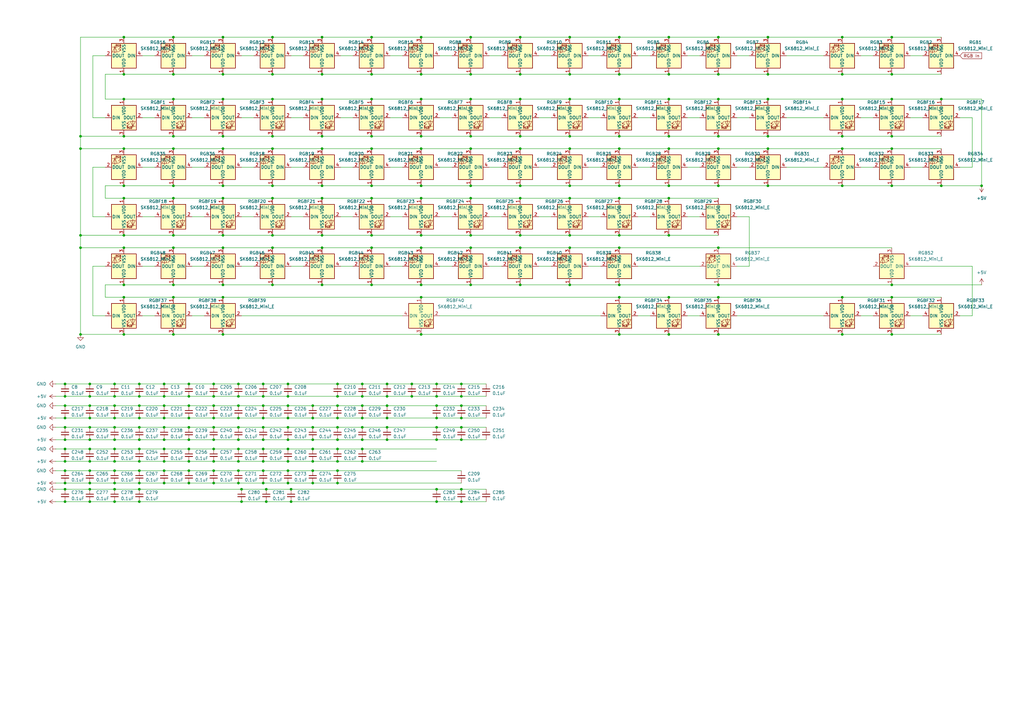
<source format=kicad_sch>
(kicad_sch (version 20231120) (generator "eeschema") (generator_version "8.0")
  (paper "A3")
  (junction (at 50.8 40.64))
  (junction (at 294.64 30.48))
  (junction (at 77.47 166.37))
  (junction (at 118.11 157.48))
  (junction (at 91.44 81.28))
  (junction (at 33.02 55.88))
  (junction (at 99.06 200.66))
  (junction (at 107.95 171.45))
  (junction (at 193.04 60.96))
  (junction (at 26.67 162.56))
  (junction (at 36.83 198.12))
  (junction (at 172.72 55.88))
  (junction (at 294.64 40.64))
  (junction (at 233.68 76.2))
  (junction (at 50.8 15.24))
  (junction (at 26.67 180.34))
  (junction (at 274.32 55.88))
  (junction (at 26.67 205.74))
  (junction (at 148.59 189.23))
  (junction (at 152.4 60.96))
  (junction (at 46.99 180.34))
  (junction (at 314.96 40.64))
  (junction (at 111.76 96.52))
  (junction (at 128.27 189.23))
  (junction (at 345.44 137.16))
  (junction (at 138.43 189.23))
  (junction (at 213.36 116.84))
  (junction (at 57.15 162.56))
  (junction (at 118.11 189.23))
  (junction (at 57.15 200.66))
  (junction (at 294.64 55.88))
  (junction (at 50.8 96.52))
  (junction (at 138.43 162.56))
  (junction (at 36.83 180.34))
  (junction (at 77.47 175.26))
  (junction (at 132.08 30.48))
  (junction (at 67.31 189.23))
  (junction (at 314.96 55.88))
  (junction (at 193.04 96.52))
  (junction (at 50.8 121.92))
  (junction (at 294.64 15.24))
  (junction (at 109.22 200.66))
  (junction (at 172.72 137.16))
  (junction (at 152.4 15.24))
  (junction (at 128.27 166.37))
  (junction (at 67.31 184.15))
  (junction (at 148.59 166.37))
  (junction (at 71.12 40.64))
  (junction (at 179.07 166.37))
  (junction (at 152.4 81.28))
  (junction (at 91.44 15.24))
  (junction (at 138.43 184.15))
  (junction (at 91.44 40.64))
  (junction (at 233.68 101.6))
  (junction (at 97.79 180.34))
  (junction (at 189.23 166.37))
  (junction (at 36.83 205.74))
  (junction (at 294.64 60.96))
  (junction (at 148.59 180.34))
  (junction (at 71.12 101.6))
  (junction (at 46.99 157.48))
  (junction (at 91.44 55.88))
  (junction (at 254 55.88))
  (junction (at 36.83 157.48))
  (junction (at 138.43 166.37))
  (junction (at 46.99 205.74))
  (junction (at 193.04 76.2))
  (junction (at 274.32 15.24))
  (junction (at 386.08 76.2))
  (junction (at 107.95 162.56))
  (junction (at 365.76 55.88))
  (junction (at 128.27 180.34))
  (junction (at 71.12 116.84))
  (junction (at 67.31 166.37))
  (junction (at 179.07 162.56))
  (junction (at 213.36 96.52))
  (junction (at 91.44 121.92))
  (junction (at 148.59 184.15))
  (junction (at 67.31 171.45))
  (junction (at 118.11 198.12))
  (junction (at 365.76 30.48))
  (junction (at 274.32 137.16))
  (junction (at 172.72 30.48))
  (junction (at 111.76 101.6))
  (junction (at 107.95 189.23))
  (junction (at 172.72 116.84))
  (junction (at 111.76 40.64))
  (junction (at 294.64 121.92))
  (junction (at 91.44 137.16))
  (junction (at 274.32 81.28))
  (junction (at 152.4 55.88))
  (junction (at 128.27 171.45))
  (junction (at 132.08 76.2))
  (junction (at 158.75 171.45))
  (junction (at 213.36 60.96))
  (junction (at 46.99 162.56))
  (junction (at 274.32 121.92))
  (junction (at 132.08 96.52))
  (junction (at 365.76 121.92))
  (junction (at 67.31 193.04))
  (junction (at 152.4 30.48))
  (junction (at 71.12 55.88))
  (junction (at 36.83 189.23))
  (junction (at 152.4 101.6))
  (junction (at 179.07 157.48))
  (junction (at 274.32 96.52))
  (junction (at 118.11 180.34))
  (junction (at 172.72 96.52))
  (junction (at 345.44 60.96))
  (junction (at 189.23 175.26))
  (junction (at 365.76 15.24))
  (junction (at 111.76 30.48))
  (junction (at 97.79 157.48))
  (junction (at 345.44 121.92))
  (junction (at 314.96 15.24))
  (junction (at 365.76 116.84))
  (junction (at 314.96 76.2))
  (junction (at 128.27 184.15))
  (junction (at 345.44 30.48))
  (junction (at 138.43 193.04))
  (junction (at 26.67 193.04))
  (junction (at 67.31 157.48))
  (junction (at 179.07 171.45))
  (junction (at 254 15.24))
  (junction (at 132.08 40.64))
  (junction (at 99.06 205.74))
  (junction (at 50.8 116.84))
  (junction (at 132.08 81.28))
  (junction (at 152.4 40.64))
  (junction (at 254 137.16))
  (junction (at 111.76 55.88))
  (junction (at 118.11 171.45))
  (junction (at 91.44 30.48))
  (junction (at 36.83 193.04))
  (junction (at 193.04 30.48))
  (junction (at 50.8 81.28))
  (junction (at 107.95 180.34))
  (junction (at 87.63 180.34))
  (junction (at 71.12 96.52))
  (junction (at 193.04 40.64))
  (junction (at 77.47 157.48))
  (junction (at 168.91 157.48))
  (junction (at 107.95 175.26))
  (junction (at 50.8 137.16))
  (junction (at 111.76 76.2))
  (junction (at 233.68 81.28))
  (junction (at 128.27 175.26))
  (junction (at 345.44 15.24))
  (junction (at 132.08 15.24))
  (junction (at 91.44 76.2))
  (junction (at 57.15 205.74))
  (junction (at 77.47 189.23))
  (junction (at 294.64 116.84))
  (junction (at 57.15 193.04))
  (junction (at 91.44 96.52))
  (junction (at 87.63 193.04))
  (junction (at 189.23 157.48))
  (junction (at 365.76 40.64))
  (junction (at 77.47 162.56))
  (junction (at 294.64 137.16))
  (junction (at 148.59 157.48))
  (junction (at 71.12 137.16))
  (junction (at 365.76 60.96))
  (junction (at 97.79 193.04))
  (junction (at 274.32 40.64))
  (junction (at 189.23 162.56))
  (junction (at 193.04 55.88))
  (junction (at 213.36 40.64))
  (junction (at 213.36 81.28))
  (junction (at 193.04 81.28))
  (junction (at 46.99 200.66))
  (junction (at 26.67 175.26))
  (junction (at 46.99 189.23))
  (junction (at 213.36 30.48))
  (junction (at 111.76 15.24))
  (junction (at 77.47 180.34))
  (junction (at 77.47 198.12))
  (junction (at 33.02 137.16))
  (junction (at 152.4 96.52))
  (junction (at 132.08 55.88))
  (junction (at 254 96.52))
  (junction (at 36.83 184.15))
  (junction (at 97.79 189.23))
  (junction (at 46.99 198.12))
  (junction (at 107.95 184.15))
  (junction (at 314.96 60.96))
  (junction (at 87.63 189.23))
  (junction (at 193.04 15.24))
  (junction (at 128.27 193.04))
  (junction (at 128.27 198.12))
  (junction (at 213.36 76.2))
  (junction (at 91.44 116.84))
  (junction (at 158.75 175.26))
  (junction (at 274.32 60.96))
  (junction (at 57.15 180.34))
  (junction (at 26.67 198.12))
  (junction (at 189.23 205.74))
  (junction (at 107.95 166.37))
  (junction (at 132.08 116.84))
  (junction (at 345.44 76.2))
  (junction (at 172.72 101.6))
  (junction (at 254 121.92))
  (junction (at 179.07 205.74))
  (junction (at 193.04 116.84))
  (junction (at 152.4 76.2))
  (junction (at 57.15 157.48))
  (junction (at 111.76 60.96))
  (junction (at 233.68 15.24))
  (junction (at 107.95 193.04))
  (junction (at 87.63 157.48))
  (junction (at 26.67 200.66))
  (junction (at 158.75 180.34))
  (junction (at 57.15 198.12))
  (junction (at 314.96 30.48))
  (junction (at 36.83 200.66))
  (junction (at 254 40.64))
  (junction (at 87.63 162.56))
  (junction (at 67.31 198.12))
  (junction (at 148.59 162.56))
  (junction (at 132.08 60.96))
  (junction (at 179.07 175.26))
  (junction (at 26.67 157.48))
  (junction (at 233.68 30.48))
  (junction (at 119.38 200.66))
  (junction (at 97.79 166.37))
  (junction (at 57.15 171.45))
  (junction (at 365.76 137.16))
  (junction (at 107.95 198.12))
  (junction (at 91.44 60.96))
  (junction (at 172.72 81.28))
  (junction (at 189.23 171.45))
  (junction (at 294.64 101.6))
  (junction (at 233.68 40.64))
  (junction (at 26.67 171.45))
  (junction (at 50.8 55.88))
  (junction (at 386.08 40.64))
  (junction (at 138.43 198.12))
  (junction (at 97.79 184.15))
  (junction (at 189.23 200.66))
  (junction (at 36.83 171.45))
  (junction (at 26.67 184.15))
  (junction (at 77.47 193.04))
  (junction (at 57.15 189.23))
  (junction (at 91.44 101.6))
  (junction (at 158.75 162.56))
  (junction (at 402.59 76.2))
  (junction (at 26.67 166.37))
  (junction (at 172.72 15.24))
  (junction (at 67.31 180.34))
  (junction (at 118.11 175.26))
  (junction (at 138.43 157.48))
  (junction (at 213.36 101.6))
  (junction (at 172.72 60.96))
  (junction (at 57.15 175.26))
  (junction (at 193.04 101.6))
  (junction (at 233.68 55.88))
  (junction (at 294.64 76.2))
  (junction (at 233.68 60.96))
  (junction (at 36.83 166.37))
  (junction (at 57.15 184.15))
  (junction (at 36.83 175.26))
  (junction (at 33.02 96.52))
  (junction (at 107.95 157.48))
  (junction (at 118.11 184.15))
  (junction (at 77.47 171.45))
  (junction (at 67.31 175.26))
  (junction (at 57.15 166.37))
  (junction (at 36.83 162.56))
  (junction (at 365.76 76.2))
  (junction (at 132.08 101.6))
  (junction (at 111.76 81.28))
  (junction (at 97.79 162.56))
  (junction (at 254 30.48))
  (junction (at 254 116.84))
  (junction (at 148.59 175.26))
  (junction (at 71.12 30.48))
  (junction (at 33.02 60.96))
  (junction (at 119.38 205.74))
  (junction (at 254 60.96))
  (junction (at 233.68 116.84))
  (junction (at 77.47 184.15))
  (junction (at 50.8 30.48))
  (junction (at 172.72 121.92))
  (junction (at 87.63 171.45))
  (junction (at 138.43 175.26))
  (junction (at 158.75 166.37))
  (junction (at 46.99 193.04))
  (junction (at 274.32 76.2))
  (junction (at 138.43 180.34))
  (junction (at 118.11 166.37))
  (junction (at 152.4 116.84))
  (junction (at 33.02 101.6))
  (junction (at 138.43 171.45))
  (junction (at 158.75 157.48))
  (junction (at 111.76 116.84))
  (junction (at 148.59 171.45))
  (junction (at 46.99 166.37))
  (junction (at 274.32 30.48))
  (junction (at 26.67 189.23))
  (junction (at 168.91 162.56))
  (junction (at 254 101.6))
  (junction (at 87.63 166.37))
  (junction (at 254 76.2))
  (junction (at 97.79 171.45))
  (junction (at 50.8 76.2))
  (junction (at 67.31 162.56))
  (junction (at 71.12 121.92))
  (junction (at 46.99 175.26))
  (junction (at 254 81.28))
  (junction (at 345.44 55.88))
  (junction (at 345.44 40.64))
  (junction (at 179.07 180.34))
  (junction (at 189.23 180.34))
  (junction (at 71.12 60.96))
  (junction (at 46.99 184.15))
  (junction (at 71.12 76.2))
  (junction (at 172.72 76.2))
  (junction (at 233.68 96.52))
  (junction (at 71.12 15.24))
  (junction (at 87.63 175.26))
  (junction (at 87.63 184.15))
  (junction (at 118.11 162.56))
  (junction (at 71.12 81.28))
  (junction (at 213.36 55.88))
  (junction (at 179.07 200.66))
  (junction (at 172.72 40.64))
  (junction (at 118.11 193.04))
  (junction (at 97.79 198.12))
  (junction (at 87.63 198.12))
  (junction (at 46.99 171.45))
  (junction (at 97.79 175.26))
  (junction (at 50.8 60.96))
  (junction (at 213.36 15.24))
  (junction (at 50.8 101.6))
  (junction (at 109.22 205.74))
  (wire (pts (xy 189.23 162.56) (xy 199.39 162.56)))
  (wire (pts (xy 165.1 88.9) (xy 160.02 88.9)))
  (wire (pts (xy 128.27 193.04) (xy 138.43 193.04)))
  (wire (pts (xy 132.08 81.28) (xy 111.76 81.28)))
  (wire (pts (xy 281.94 68.58) (xy 287.02 68.58)))
  (wire (pts (xy 71.12 76.2) (xy 91.44 76.2)))
  (wire (pts (xy 274.32 15.24) (xy 254 15.24)))
  (wire (pts (xy 322.58 22.86) (xy 337.82 22.86)))
  (wire (pts (xy 43.18 121.92) (xy 43.18 116.84)))
  (wire (pts (xy 148.59 166.37) (xy 158.75 166.37)))
  (wire (pts (xy 138.43 162.56) (xy 148.59 162.56)))
  (wire (pts (xy 402.59 40.64) (xy 386.08 40.64)))
  (wire (pts (xy 33.02 96.52) (xy 50.8 96.52)))
  (wire (pts (xy 36.83 205.74) (xy 46.99 205.74)))
  (wire (pts (xy 180.34 68.58) (xy 185.42 68.58)))
  (wire (pts (xy 107.95 162.56) (xy 118.11 162.56)))
  (wire (pts (xy 97.79 175.26) (xy 107.95 175.26)))
  (wire (pts (xy 57.15 175.26) (xy 67.31 175.26)))
  (wire (pts (xy 241.3 68.58) (xy 246.38 68.58)))
  (wire (pts (xy 22.86 200.66) (xy 26.67 200.66)))
  (wire (pts (xy 241.3 22.86) (xy 246.38 22.86)))
  (wire (pts (xy 91.44 55.88) (xy 111.76 55.88)))
  (wire (pts (xy 185.42 88.9) (xy 180.34 88.9)))
  (wire (pts (xy 26.67 205.74) (xy 36.83 205.74)))
  (wire (pts (xy 71.12 101.6) (xy 50.8 101.6)))
  (wire (pts (xy 386.08 121.92) (xy 365.76 121.92)))
  (wire (pts (xy 46.99 175.26) (xy 57.15 175.26)))
  (wire (pts (xy 302.26 68.58) (xy 307.34 68.58)))
  (wire (pts (xy 152.4 15.24) (xy 132.08 15.24)))
  (wire (pts (xy 254 121.92) (xy 172.72 121.92)))
  (wire (pts (xy 91.44 60.96) (xy 111.76 60.96)))
  (wire (pts (xy 111.76 81.28) (xy 91.44 81.28)))
  (wire (pts (xy 180.34 129.54) (xy 246.38 129.54)))
  (wire (pts (xy 213.36 96.52) (xy 233.68 96.52)))
  (wire (pts (xy 233.68 81.28) (xy 213.36 81.28)))
  (wire (pts (xy 274.32 121.92) (xy 254 121.92)))
  (wire (pts (xy 294.64 137.16) (xy 274.32 137.16)))
  (wire (pts (xy 36.83 184.15) (xy 46.99 184.15)))
  (wire (pts (xy 254 81.28) (xy 233.68 81.28)))
  (wire (pts (xy 172.72 96.52) (xy 193.04 96.52)))
  (wire (pts (xy 254 15.24) (xy 233.68 15.24)))
  (wire (pts (xy 46.99 198.12) (xy 57.15 198.12)))
  (wire (pts (xy 57.15 162.56) (xy 67.31 162.56)))
  (wire (pts (xy 109.22 205.74) (xy 119.38 205.74)))
  (wire (pts (xy 38.1 129.54) (xy 43.18 129.54)))
  (wire (pts (xy 165.1 48.26) (xy 160.02 48.26)))
  (wire (pts (xy 148.59 162.56) (xy 158.75 162.56)))
  (wire (pts (xy 38.1 109.22) (xy 38.1 129.54)))
  (wire (pts (xy 118.11 162.56) (xy 138.43 162.56)))
  (wire (pts (xy 205.74 109.22) (xy 200.66 109.22)))
  (wire (pts (xy 36.83 171.45) (xy 46.99 171.45)))
  (wire (pts (xy 302.26 129.54) (xy 337.82 129.54)))
  (wire (pts (xy 193.04 40.64) (xy 213.36 40.64)))
  (wire (pts (xy 213.36 60.96) (xy 233.68 60.96)))
  (wire (pts (xy 353.06 68.58) (xy 358.14 68.58)))
  (wire (pts (xy 138.43 198.12) (xy 189.23 198.12)))
  (wire (pts (xy 398.78 48.26) (xy 398.78 68.58)))
  (wire (pts (xy 393.7 129.54) (xy 398.78 129.54)))
  (wire (pts (xy 148.59 175.26) (xy 158.75 175.26)))
  (wire (pts (xy 77.47 171.45) (xy 87.63 171.45)))
  (wire (pts (xy 345.44 121.92) (xy 294.64 121.92)))
  (wire (pts (xy 97.79 198.12) (xy 107.95 198.12)))
  (wire (pts (xy 26.67 200.66) (xy 36.83 200.66)))
  (wire (pts (xy 67.31 189.23) (xy 77.47 189.23)))
  (wire (pts (xy 71.12 116.84) (xy 91.44 116.84)))
  (wire (pts (xy 172.72 101.6) (xy 152.4 101.6)))
  (wire (pts (xy 87.63 189.23) (xy 97.79 189.23)))
  (wire (pts (xy 132.08 60.96) (xy 152.4 60.96)))
  (wire (pts (xy 193.04 76.2) (xy 213.36 76.2)))
  (wire (pts (xy 111.76 96.52) (xy 132.08 96.52)))
  (wire (pts (xy 111.76 60.96) (xy 132.08 60.96)))
  (wire (pts (xy 77.47 193.04) (xy 87.63 193.04)))
  (wire (pts (xy 132.08 30.48) (xy 111.76 30.48)))
  (wire (pts (xy 138.43 193.04) (xy 189.23 193.04)))
  (wire (pts (xy 213.36 101.6) (xy 193.04 101.6)))
  (wire (pts (xy 43.18 68.58) (xy 38.1 68.58)))
  (wire (pts (xy 172.72 76.2) (xy 193.04 76.2)))
  (wire (pts (xy 107.95 193.04) (xy 118.11 193.04)))
  (wire (pts (xy 345.44 30.48) (xy 314.96 30.48)))
  (wire (pts (xy 393.7 48.26) (xy 398.78 48.26)))
  (wire (pts (xy 158.75 162.56) (xy 168.91 162.56)))
  (wire (pts (xy 138.43 180.34) (xy 148.59 180.34)))
  (wire (pts (xy 287.02 109.22) (xy 261.62 109.22)))
  (wire (pts (xy 179.07 175.26) (xy 189.23 175.26)))
  (wire (pts (xy 22.86 157.48) (xy 26.67 157.48)))
  (wire (pts (xy 246.38 48.26) (xy 241.3 48.26)))
  (wire (pts (xy 22.86 198.12) (xy 26.67 198.12)))
  (wire (pts (xy 233.68 15.24) (xy 213.36 15.24)))
  (wire (pts (xy 104.14 48.26) (xy 99.06 48.26)))
  (wire (pts (xy 213.36 40.64) (xy 233.68 40.64)))
  (wire (pts (xy 294.64 121.92) (xy 274.32 121.92)))
  (wire (pts (xy 152.4 116.84) (xy 172.72 116.84)))
  (wire (pts (xy 87.63 193.04) (xy 97.79 193.04)))
  (wire (pts (xy 57.15 205.74) (xy 99.06 205.74)))
  (wire (pts (xy 185.42 48.26) (xy 180.34 48.26)))
  (wire (pts (xy 91.44 40.64) (xy 111.76 40.64)))
  (wire (pts (xy 107.95 184.15) (xy 118.11 184.15)))
  (wire (pts (xy 144.78 48.26) (xy 139.7 48.26)))
  (wire (pts (xy 345.44 60.96) (xy 365.76 60.96)))
  (wire (pts (xy 180.34 22.86) (xy 185.42 22.86)))
  (wire (pts (xy 402.59 76.2) (xy 402.59 40.64)))
  (wire (pts (xy 220.98 68.58) (xy 226.06 68.58)))
  (wire (pts (xy 124.46 88.9) (xy 119.38 88.9)))
  (wire (pts (xy 226.06 48.26) (xy 220.98 48.26)))
  (wire (pts (xy 57.15 157.48) (xy 67.31 157.48)))
  (wire (pts (xy 97.79 157.48) (xy 107.95 157.48)))
  (wire (pts (xy 274.32 81.28) (xy 254 81.28)))
  (wire (pts (xy 67.31 184.15) (xy 77.47 184.15)))
  (wire (pts (xy 46.99 157.48) (xy 57.15 157.48)))
  (wire (pts (xy 107.95 166.37) (xy 118.11 166.37)))
  (wire (pts (xy 77.47 157.48) (xy 87.63 157.48)))
  (wire (pts (xy 189.23 157.48) (xy 199.39 157.48)))
  (wire (pts (xy 124.46 48.26) (xy 119.38 48.26)))
  (wire (pts (xy 119.38 22.86) (xy 124.46 22.86)))
  (wire (pts (xy 128.27 198.12) (xy 138.43 198.12)))
  (wire (pts (xy 77.47 166.37) (xy 87.63 166.37)))
  (wire (pts (xy 189.23 180.34) (xy 199.39 180.34)))
  (wire (pts (xy 83.82 48.26) (xy 78.74 48.26)))
  (wire (pts (xy 128.27 175.26) (xy 138.43 175.26)))
  (wire (pts (xy 36.83 189.23) (xy 46.99 189.23)))
  (wire (pts (xy 254 30.48) (xy 233.68 30.48)))
  (wire (pts (xy 67.31 171.45) (xy 77.47 171.45)))
  (wire (pts (xy 22.86 189.23) (xy 26.67 189.23)))
  (wire (pts (xy 111.76 116.84) (xy 132.08 116.84)))
  (wire (pts (xy 50.8 76.2) (xy 71.12 76.2)))
  (wire (pts (xy 246.38 109.22) (xy 241.3 109.22)))
  (wire (pts (xy 43.18 30.48) (xy 43.18 40.64)))
  (wire (pts (xy 22.86 162.56) (xy 26.67 162.56)))
  (wire (pts (xy 57.15 200.66) (xy 99.06 200.66)))
  (wire (pts (xy 148.59 180.34) (xy 158.75 180.34)))
  (wire (pts (xy 71.12 55.88) (xy 91.44 55.88)))
  (wire (pts (xy 365.76 40.64) (xy 386.08 40.64)))
  (wire (pts (xy 193.04 15.24) (xy 172.72 15.24)))
  (wire (pts (xy 33.02 60.96) (xy 33.02 96.52)))
  (wire (pts (xy 261.62 22.86) (xy 266.7 22.86)))
  (wire (pts (xy 172.72 81.28) (xy 152.4 81.28)))
  (wire (pts (xy 160.02 68.58) (xy 165.1 68.58)))
  (wire (pts (xy 119.38 200.66) (xy 179.07 200.66)))
  (wire (pts (xy 91.44 30.48) (xy 71.12 30.48)))
  (wire (pts (xy 378.46 129.54) (xy 373.38 129.54)))
  (wire (pts (xy 128.27 166.37) (xy 138.43 166.37)))
  (wire (pts (xy 294.64 15.24) (xy 274.32 15.24)))
  (wire (pts (xy 132.08 76.2) (xy 152.4 76.2)))
  (wire (pts (xy 107.95 157.48) (xy 118.11 157.48)))
  (wire (pts (xy 87.63 166.37) (xy 97.79 166.37)))
  (wire (pts (xy 107.95 171.45) (xy 118.11 171.45)))
  (wire (pts (xy 246.38 88.9) (xy 241.3 88.9)))
  (wire (pts (xy 36.83 180.34) (xy 46.99 180.34)))
  (wire (pts (xy 50.8 40.64) (xy 71.12 40.64)))
  (wire (pts (xy 386.08 30.48) (xy 365.76 30.48)))
  (wire (pts (xy 193.04 60.96) (xy 213.36 60.96)))
  (wire (pts (xy 365.76 116.84) (xy 402.59 116.84)))
  (wire (pts (xy 353.06 22.86) (xy 358.14 22.86)))
  (wire (pts (xy 43.18 76.2) (xy 50.8 76.2)))
  (wire (pts (xy 87.63 175.26) (xy 97.79 175.26)))
  (wire (pts (xy 152.4 30.48) (xy 132.08 30.48)))
  (wire (pts (xy 91.44 96.52) (xy 111.76 96.52)))
  (wire (pts (xy 138.43 184.15) (xy 148.59 184.15)))
  (wire (pts (xy 254 76.2) (xy 274.32 76.2)))
  (wire (pts (xy 138.43 157.48) (xy 148.59 157.48)))
  (wire (pts (xy 179.07 200.66) (xy 189.23 200.66)))
  (wire (pts (xy 87.63 198.12) (xy 97.79 198.12)))
  (wire (pts (xy 138.43 171.45) (xy 148.59 171.45)))
  (wire (pts (xy 307.34 48.26) (xy 302.26 48.26)))
  (wire (pts (xy 50.8 30.48) (xy 43.18 30.48)))
  (wire (pts (xy 266.7 88.9) (xy 261.62 88.9)))
  (wire (pts (xy 97.79 180.34) (xy 107.95 180.34)))
  (wire (pts (xy 50.8 101.6) (xy 33.02 101.6)))
  (wire (pts (xy 185.42 109.22) (xy 180.34 109.22)))
  (wire (pts (xy 261.62 68.58) (xy 266.7 68.58)))
  (wire (pts (xy 386.08 15.24) (xy 365.76 15.24)))
  (wire (pts (xy 43.18 40.64) (xy 50.8 40.64)))
  (wire (pts (xy 50.8 81.28) (xy 43.18 81.28)))
  (wire (pts (xy 233.68 30.48) (xy 213.36 30.48)))
  (wire (pts (xy 22.86 166.37) (xy 26.67 166.37)))
  (wire (pts (xy 172.72 30.48) (xy 152.4 30.48)))
  (wire (pts (xy 148.59 157.48) (xy 158.75 157.48)))
  (wire (pts (xy 26.67 198.12) (xy 36.83 198.12)))
  (wire (pts (xy 38.1 68.58) (xy 38.1 88.9)))
  (wire (pts (xy 118.11 198.12) (xy 128.27 198.12)))
  (wire (pts (xy 172.72 121.92) (xy 91.44 121.92)))
  (wire (pts (xy 57.15 198.12) (xy 67.31 198.12)))
  (wire (pts (xy 294.64 40.64) (xy 314.96 40.64)))
  (wire (pts (xy 365.76 137.16) (xy 345.44 137.16)))
  (wire (pts (xy 281.94 22.86) (xy 287.02 22.86)))
  (wire (pts (xy 274.32 30.48) (xy 254 30.48)))
  (wire (pts (xy 50.8 15.24) (xy 33.02 15.24)))
  (wire (pts (xy 63.5 129.54) (xy 58.42 129.54)))
  (wire (pts (xy 254 137.16) (xy 172.72 137.16)))
  (wire (pts (xy 97.79 184.15) (xy 107.95 184.15)))
  (wire (pts (xy 138.43 175.26) (xy 148.59 175.26)))
  (wire (pts (xy 50.8 116.84) (xy 71.12 116.84)))
  (wire (pts (xy 287.02 88.9) (xy 281.94 88.9)))
  (wire (pts (xy 132.08 96.52) (xy 152.4 96.52)))
  (wire (pts (xy 36.83 162.56) (xy 46.99 162.56)))
  (wire (pts (xy 132.08 101.6) (xy 111.76 101.6)))
  (wire (pts (xy 179.07 166.37) (xy 189.23 166.37)))
  (wire (pts (xy 266.7 48.26) (xy 261.62 48.26)))
  (wire (pts (xy 87.63 162.56) (xy 97.79 162.56)))
  (wire (pts (xy 99.06 205.74) (xy 109.22 205.74)))
  (wire (pts (xy 193.04 81.28) (xy 172.72 81.28)))
  (wire (pts (xy 67.31 193.04) (xy 77.47 193.04)))
  (wire (pts (xy 91.44 76.2) (xy 111.76 76.2)))
  (wire (pts (xy 172.72 55.88) (xy 193.04 55.88)))
  (wire (pts (xy 46.99 200.66) (xy 57.15 200.66)))
  (wire (pts (xy 205.74 88.9) (xy 200.66 88.9)))
  (wire (pts (xy 322.58 68.58) (xy 337.82 68.58)))
  (wire (pts (xy 46.99 205.74) (xy 57.15 205.74)))
  (wire (pts (xy 132.08 15.24) (xy 111.76 15.24)))
  (wire (pts (xy 179.07 205.74) (xy 189.23 205.74)))
  (wire (pts (xy 294.64 101.6) (xy 254 101.6)))
  (wire (pts (xy 58.42 68.58) (xy 63.5 68.58)))
  (wire (pts (xy 57.15 184.15) (xy 67.31 184.15)))
  (wire (pts (xy 33.02 55.88) (xy 50.8 55.88)))
  (wire (pts (xy 38.1 22.86) (xy 38.1 48.26)))
  (wire (pts (xy 71.12 121.92) (xy 50.8 121.92)))
  (wire (pts (xy 345.44 55.88) (xy 365.76 55.88)))
  (wire (pts (xy 128.27 184.15) (xy 138.43 184.15)))
  (wire (pts (xy 43.18 116.84) (xy 50.8 116.84)))
  (wire (pts (xy 67.31 180.34) (xy 77.47 180.34)))
  (wire (pts (xy 26.67 166.37) (xy 36.83 166.37)))
  (wire (pts (xy 158.75 166.37) (xy 179.07 166.37)))
  (wire (pts (xy 33.02 137.16) (xy 33.02 101.6)))
  (wire (pts (xy 393.7 68.58) (xy 398.78 68.58)))
  (wire (pts (xy 365.76 55.88) (xy 386.08 55.88)))
  (wire (pts (xy 193.04 116.84) (xy 213.36 116.84)))
  (wire (pts (xy 77.47 175.26) (xy 87.63 175.26)))
  (wire (pts (xy 307.34 109.22) (xy 307.34 88.9)))
  (wire (pts (xy 144.78 88.9) (xy 139.7 88.9)))
  (wire (pts (xy 124.46 109.22) (xy 119.38 109.22)))
  (wire (pts (xy 213.36 81.28) (xy 193.04 81.28)))
  (wire (pts (xy 345.44 15.24) (xy 314.96 15.24)))
  (wire (pts (xy 63.5 109.22) (xy 58.42 109.22)))
  (wire (pts (xy 99.06 129.54) (xy 165.1 129.54)))
  (wire (pts (xy 138.43 189.23) (xy 148.59 189.23)))
  (wire (pts (xy 205.74 48.26) (xy 200.66 48.26)))
  (wire (pts (xy 128.27 180.34) (xy 138.43 180.34)))
  (wire (pts (xy 91.44 121.92) (xy 71.12 121.92)))
  (wire (pts (xy 233.68 96.52) (xy 254 96.52)))
  (wire (pts (xy 200.66 68.58) (xy 205.74 68.58)))
  (wire (pts (xy 33.02 55.88) (xy 33.02 60.96)))
  (wire (pts (xy 345.44 40.64) (xy 365.76 40.64)))
  (wire (pts (xy 172.72 40.64) (xy 193.04 40.64)))
  (wire (pts (xy 322.58 48.26) (xy 337.82 48.26)))
  (wire (pts (xy 26.67 157.48) (xy 36.83 157.48)))
  (wire (pts (xy 213.36 55.88) (xy 233.68 55.88)))
  (wire (pts (xy 172.72 60.96) (xy 193.04 60.96)))
  (wire (pts (xy 193.04 96.52) (xy 213.36 96.52)))
  (wire (pts (xy 365.76 60.96) (xy 386.08 60.96)))
  (wire (pts (xy 294.64 60.96) (xy 314.96 60.96)))
  (wire (pts (xy 152.4 76.2) (xy 172.72 76.2)))
  (wire (pts (xy 91.44 15.24) (xy 71.12 15.24)))
  (wire (pts (xy 43.18 109.22) (xy 38.1 109.22)))
  (wire (pts (xy 57.15 166.37) (xy 67.31 166.37)))
  (wire (pts (xy 46.99 189.23) (xy 57.15 189.23)))
  (wire (pts (xy 274.32 60.96) (xy 294.64 60.96)))
  (wire (pts (xy 128.27 171.45) (xy 138.43 171.45)))
  (wire (pts (xy 213.36 30.48) (xy 193.04 30.48)))
  (wire (pts (xy 152.4 101.6) (xy 132.08 101.6)))
  (wire (pts (xy 22.86 180.34) (xy 26.67 180.34)))
  (wire (pts (xy 57.15 180.34) (xy 67.31 180.34)))
  (wire (pts (xy 128.27 189.23) (xy 138.43 189.23)))
  (wire (pts (xy 33.02 101.6) (xy 33.02 96.52)))
  (wire (pts (xy 314.96 30.48) (xy 294.64 30.48)))
  (wire (pts (xy 46.99 184.15) (xy 57.15 184.15)))
  (wire (pts (xy 111.76 55.88) (xy 132.08 55.88)))
  (wire (pts (xy 50.8 60.96) (xy 33.02 60.96)))
  (wire (pts (xy 132.08 116.84) (xy 152.4 116.84)))
  (wire (pts (xy 365.76 121.92) (xy 345.44 121.92)))
  (wire (pts (xy 358.14 129.54) (xy 353.06 129.54)))
  (wire (pts (xy 57.15 193.04) (xy 67.31 193.04)))
  (wire (pts (xy 189.23 200.66) (xy 199.39 200.66)))
  (wire (pts (xy 109.22 200.66) (xy 119.38 200.66)))
  (wire (pts (xy 36.83 175.26) (xy 46.99 175.26)))
  (wire (pts (xy 132.08 55.88) (xy 152.4 55.88)))
  (wire (pts (xy 373.38 68.58) (xy 378.46 68.58)))
  (wire (pts (xy 226.06 88.9) (xy 220.98 88.9)))
  (wire (pts (xy 87.63 171.45) (xy 97.79 171.45)))
  (wire (pts (xy 22.86 171.45) (xy 26.67 171.45)))
  (wire (pts (xy 294.64 76.2) (xy 314.96 76.2)))
  (wire (pts (xy 22.86 205.74) (xy 26.67 205.74)))
  (wire (pts (xy 83.82 88.9) (xy 78.74 88.9)))
  (wire (pts (xy 398.78 109.22) (xy 398.78 129.54)))
  (wire (pts (xy 118.11 166.37) (xy 128.27 166.37)))
  (wire (pts (xy 46.99 166.37) (xy 57.15 166.37)))
  (wire (pts (xy 33.02 15.24) (xy 33.02 55.88)))
  (wire (pts (xy 58.42 22.86) (xy 63.5 22.86)))
  (wire (pts (xy 294.64 116.84) (xy 365.76 116.84)))
  (wire (pts (xy 118.11 189.23) (xy 128.27 189.23)))
  (wire (pts (xy 99.06 68.58) (xy 104.14 68.58)))
  (wire (pts (xy 294.64 81.28) (xy 274.32 81.28)))
  (wire (pts (xy 165.1 109.22) (xy 160.02 109.22)))
  (wire (pts (xy 152.4 55.88) (xy 172.72 55.88)))
  (wire (pts (xy 345.44 137.16) (xy 294.64 137.16)))
  (wire (pts (xy 71.12 60.96) (xy 91.44 60.96)))
  (wire (pts (xy 138.43 166.37) (xy 148.59 166.37)))
  (wire (pts (xy 97.79 189.23) (xy 107.95 189.23)))
  (wire (pts (xy 118.11 157.48) (xy 138.43 157.48)))
  (wire (pts (xy 22.86 175.26) (xy 26.67 175.26)))
  (wire (pts (xy 38.1 88.9) (xy 43.18 88.9)))
  (wire (pts (xy 287.02 129.54) (xy 281.94 129.54)))
  (wire (pts (xy 104.14 109.22) (xy 99.06 109.22)))
  (wire (pts (xy 378.46 48.26) (xy 373.38 48.26)))
  (wire (pts (xy 50.8 60.96) (xy 71.12 60.96)))
  (wire (pts (xy 46.99 193.04) (xy 57.15 193.04)))
  (wire (pts (xy 26.67 193.04) (xy 36.83 193.04)))
  (wire (pts (xy 132.08 40.64) (xy 152.4 40.64)))
  (wire (pts (xy 118.11 175.26) (xy 128.27 175.26)))
  (wire (pts (xy 179.07 157.48) (xy 189.23 157.48)))
  (wire (pts (xy 254 55.88) (xy 274.32 55.88)))
  (wire (pts (xy 213.36 76.2) (xy 233.68 76.2)))
  (wire (pts (xy 148.59 189.23) (xy 179.07 189.23)))
  (wire (pts (xy 107.95 180.34) (xy 118.11 180.34)))
  (wire (pts (xy 152.4 96.52) (xy 172.72 96.52)))
  (wire (pts (xy 193.04 101.6) (xy 172.72 101.6)))
  (wire (pts (xy 26.67 162.56) (xy 36.83 162.56)))
  (wire (pts (xy 220.98 22.86) (xy 226.06 22.86)))
  (wire (pts (xy 87.63 157.48) (xy 97.79 157.48)))
  (wire (pts (xy 148.59 184.15) (xy 179.07 184.15)))
  (wire (pts (xy 71.12 137.16) (xy 50.8 137.16)))
  (wire (pts (xy 213.36 116.84) (xy 233.68 116.84)))
  (wire (pts (xy 50.8 137.16) (xy 33.02 137.16)))
  (wire (pts (xy 111.76 15.24) (xy 91.44 15.24)))
  (wire (pts (xy 67.31 166.37) (xy 77.47 166.37)))
  (wire (pts (xy 373.38 109.22) (xy 398.78 109.22)))
  (wire (pts (xy 36.83 200.66) (xy 46.99 200.66)))
  (wire (pts (xy 36.83 193.04) (xy 46.99 193.04)))
  (wire (pts (xy 67.31 162.56) (xy 77.47 162.56)))
  (wire (pts (xy 189.23 166.37) (xy 199.39 166.37)))
  (wire (pts (xy 91.44 101.6) (xy 71.12 101.6)))
  (wire (pts (xy 87.63 180.34) (xy 97.79 180.34)))
  (wire (pts (xy 168.91 157.48) (xy 179.07 157.48)))
  (wire (pts (xy 314.96 76.2) (xy 345.44 76.2)))
  (wire (pts (xy 43.18 81.28) (xy 43.18 76.2)))
  (wire (pts (xy 78.74 22.86) (xy 83.82 22.86)))
  (wire (pts (xy 294.64 101.6) (xy 365.76 101.6)))
  (wire (pts (xy 118.11 171.45) (xy 128.27 171.45)))
  (wire (pts (xy 168.91 162.56) (xy 179.07 162.56)))
  (wire (pts (xy 274.32 137.16) (xy 254 137.16)))
  (wire (pts (xy 254 116.84) (xy 294.64 116.84)))
  (wire (pts (xy 287.02 48.26) (xy 281.94 48.26)))
  (wire (pts (xy 189.23 171.45) (xy 199.39 171.45)))
  (wire (pts (xy 107.95 198.12) (xy 118.11 198.12)))
  (wire (pts (xy 91.44 137.16) (xy 71.12 137.16)))
  (wire (pts (xy 119.38 205.74) (xy 179.07 205.74)))
  (wire (pts (xy 158.75 171.45) (xy 179.07 171.45)))
  (wire (pts (xy 254 60.96) (xy 274.32 60.96)))
  (wire (pts (xy 111.76 30.48) (xy 91.44 30.48)))
  (wire (pts (xy 254 96.52) (xy 274.32 96.52)))
  (wire (pts (xy 71.12 40.64) (xy 91.44 40.64)))
  (wire (pts (xy 345.44 76.2) (xy 365.76 76.2)))
  (wire (pts (xy 118.11 193.04) (xy 128.27 193.04)))
  (wire (pts (xy 365.76 15.24) (xy 345.44 15.24)))
  (wire (pts (xy 26.67 184.15) (xy 36.83 184.15)))
  (wire (pts (xy 148.59 171.45) (xy 158.75 171.45)))
  (wire (pts (xy 77.47 198.12) (xy 87.63 198.12)))
  (wire (pts (xy 386.08 137.16) (xy 365.76 137.16)))
  (wire (pts (xy 46.99 171.45) (xy 57.15 171.45)))
  (wire (pts (xy 118.11 180.34) (xy 128.27 180.34)))
  (wire (pts (xy 97.79 162.56) (xy 107.95 162.56)))
  (wire (pts (xy 67.31 198.12) (xy 77.47 198.12)))
  (wire (pts (xy 179.07 180.34) (xy 189.23 180.34)))
  (wire (pts (xy 77.47 162.56) (xy 87.63 162.56)))
  (wire (pts (xy 77.47 189.23) (xy 87.63 189.23)))
  (wire (pts (xy 97.79 193.04) (xy 107.95 193.04)))
  (wire (pts (xy 97.79 166.37) (xy 107.95 166.37)))
  (wire (pts (xy 373.38 22.86) (xy 378.46 22.86)))
  (wire (pts (xy 36.83 157.48) (xy 46.99 157.48)))
  (wire (pts (xy 36.83 166.37) (xy 46.99 166.37)))
  (wire (pts (xy 158.75 175.26) (xy 179.07 175.26)))
  (wire (pts (xy 294.64 55.88) (xy 314.96 55.88)))
  (wire (pts (xy 91.44 116.84) (xy 111.76 116.84)))
  (wire (pts (xy 104.14 88.9) (xy 99.06 88.9)))
  (wire (pts (xy 172.72 137.16) (xy 91.44 137.16)))
  (wire (pts (xy 67.31 175.26) (xy 77.47 175.26)))
  (wire (pts (xy 233.68 60.96) (xy 254 60.96)))
  (wire (pts (xy 63.5 48.26) (xy 58.42 48.26)))
  (wire (pts (xy 193.04 55.88) (xy 213.36 55.88)))
  (wire (pts (xy 152.4 40.64) (xy 172.72 40.64)))
  (wire (pts (xy 36.83 198.12) (xy 46.99 198.12)))
  (wire (pts (xy 386.08 76.2) (xy 402.59 76.2)))
  (wire (pts (xy 83.82 129.54) (xy 78.74 129.54)))
  (wire (pts (xy 314.96 40.64) (xy 345.44 40.64)))
  (wire (pts (xy 71.12 30.48) (xy 50.8 30.48)))
  (wire (pts (xy 91.44 81.28) (xy 71.12 81.28)))
  (wire (pts (xy 107.95 189.23) (xy 118.11 189.23)))
  (wire (pts (xy 71.12 96.52) (xy 91.44 96.52)))
  (wire (pts (xy 200.66 22.86) (xy 205.74 22.86)))
  (wire (pts (xy 26.67 171.45) (xy 36.83 171.45)))
  (wire (pts (xy 71.12 15.24) (xy 50.8 15.24)))
  (wire (pts (xy 67.31 157.48) (xy 77.47 157.48)))
  (wire (pts (xy 226.06 109.22) (xy 220.98 109.22)))
  (wire (pts (xy 139.7 68.58) (xy 144.78 68.58)))
  (wire (pts (xy 57.15 171.45) (xy 67.31 171.45)))
  (wire (pts (xy 152.4 81.28) (xy 132.08 81.28)))
  (wire (pts (xy 193.04 30.48) (xy 172.72 30.48)))
  (wire (pts (xy 50.8 96.52) (xy 71.12 96.52)))
  (wire (pts (xy 97.79 171.45) (xy 107.95 171.45)))
  (wire (pts (xy 26.67 180.34) (xy 36.83 180.34)))
  (wire (pts (xy 314.96 15.24) (xy 294.64 15.24)))
  (wire (pts (xy 139.7 22.86) (xy 144.78 22.86)))
  (wire (pts (xy 233.68 40.64) (xy 254 40.64)))
  (wire (pts (xy 83.82 109.22) (xy 78.74 109.22)))
  (wire (pts (xy 254 40.64) (xy 274.32 40.64)))
  (wire (pts (xy 50.8 55.88) (xy 71.12 55.88)))
  (wire (pts (xy 144.78 109.22) (xy 139.7 109.22)))
  (wire (pts (xy 119.38 68.58) (xy 124.46 68.58)))
  (wire (pts (xy 266.7 129.54) (xy 261.62 129.54)))
  (wire (pts (xy 302.26 22.86) (xy 307.34 22.86)))
  (wire (pts (xy 43.18 22.86) (xy 38.1 22.86)))
  (wire (pts (xy 158.75 157.48) (xy 168.91 157.48)))
  (wire (pts (xy 22.86 184.15) (xy 26.67 184.15)))
  (wire (pts (xy 179.07 171.45) (xy 189.23 171.45)))
  (wire (pts (xy 22.86 193.04) (xy 26.67 193.04)))
  (wire (pts (xy 99.06 200.66) (xy 109.22 200.66)))
  (wire (pts (xy 111.76 101.6) (xy 91.44 101.6)))
  (wire (pts (xy 314.96 60.96) (xy 345.44 60.96)))
  (wire (pts (xy 26.67 189.23) (xy 36.83 189.23)))
  (wire (pts (xy 274.32 55.88) (xy 294.64 55.88)))
  (wire (pts (xy 50.8 121.92) (xy 43.18 121.92)))
  (wire (pts (xy 46.99 180.34) (xy 57.15 180.34)))
  (wire (pts (xy 365.76 30.48) (xy 345.44 30.48)))
  (wire (pts (xy 189.23 175.26) (xy 199.39 175.26)))
  (wire (pts (xy 118.11 184.15) (xy 128.27 184.15)))
  (wire (pts (xy 158.75 180.34) (xy 179.07 180.34)))
  (wire (pts (xy 189.23 205.74) (xy 199.39 205.74)))
  (wire (pts (xy 111.76 76.2) (xy 132.08 76.2)))
  (wire (pts (xy 358.14 48.26) (xy 353.06 48.26)))
  (wire (pts (xy 274.32 96.52) (xy 294.64 96.52)))
  (wire (pts (xy 172.72 116.84) (xy 193.04 116.84)))
  (wire (pts (xy 274.32 76.2) (xy 294.64 76.2)))
  (wire (pts (xy 160.02 22.86) (xy 165.1 22.86)))
  (wire (pts (xy 233.68 76.2) (xy 254 76.2)))
  (wire (pts (xy 78.74 68.58) (xy 83.82 68.58)))
  (wire (pts (xy 274.32 40.64) (xy 294.64 40.64)))
  (wire (pts (xy 172.72 15.24) (xy 152.4 15.24)))
  (wire (pts (xy 213.36 15.24) (xy 193.04 15.24)))
  (wire (pts (xy 233.68 55.88) (xy 254 55.88)))
  (wire (pts (xy 314.96 55.88) (xy 345.44 55.88)))
  (wire (pts (xy 57.15 189.23) (xy 67.31 189.23)))
  (wire (pts (xy 254 101.6) (xy 233.68 101.6)))
  (wire (pts (xy 302.26 109.22) (xy 307.34 109.22)))
  (wire (pts (xy 233.68 116.84) (xy 254 116.84)))
  (wire (pts (xy 179.07 162.56) (xy 189.23 162.56)))
  (wire (pts (xy 307.34 88.9) (xy 302.26 88.9)))
  (wire (pts (xy 87.63 184.15) (xy 97.79 184.15)))
  (wire (pts (xy 233.68 101.6) (xy 213.36 101.6)))
  (wire (pts (xy 77.47 184.15) (xy 87.63 184.15)))
  (wire (pts (xy 152.4 60.96) (xy 172.72 60.96)))
  (wire (pts (xy 63.5 88.9) (xy 58.42 88.9)))
  (wire (pts (xy 111.76 40.64) (xy 132.08 40.64)))
  (wire (pts (xy 26.67 175.26) (xy 36.83 175.26)))
  (wire (pts (xy 71.12 81.28) (xy 50.8 81.28)))
  (wire (pts (xy 77.47 180.34) (xy 87.63 180.34)))
  (wire (pts (xy 46.99 162.56) (xy 57.15 162.56)))
  (wire (pts (xy 365.76 76.2) (xy 386.08 76.2)))
  (wire (pts (xy 99.06 22.86) (xy 104.14 22.86)))
  (wire (pts (xy 107.95 175.26) (xy 118.11 175.26)))
  (wire (pts (xy 38.1 48.26) (xy 43.18 48.26)))
  (wire (pts (xy 294.64 30.48) (xy 274.32 30.48)))
  (global_label "RGB In" (shape input) (at 393.7 22.86 0) (property "Intersheetrefs" "${INTERSHEET_REFS}" (effects (hide yes))))
  (symbol (lib_id "power:GND") (at 22.86 175.26 270) (unit 1)
    (property "Reference" "#PWR032" (effects (hide yes)))
    (property "Value" "GND" (at 19.05 175.2599 90) (effects (justify right)))
    (property "Description" "Power symbol creates a global label with name \"GND\" , ground" (effects (hide yes)))
  )
  (symbol (lib_id "Salane Personal Symbol:SK6812_Mini_E") (at 193.04 22.86 180) (unit 1)
    (property "Reference" "RGB9" (at 207.01 17.3638 0))
    (property "Value" "SK6812_Mini_E" (at 207.01 19.9038 0))
    (property "Footprint" "RGB_Addressable:SK6812_Mini_E" (effects (hide yes)))
    (property "Datasheet" "https://datasheet.lcsc.com/lcsc/2305101623_OPSCO-Optoelectronics-SK6812MINI-E_C5149201.pdf" (effects (hide yes)))
    (property "Description" "RGB LED with integrated controller" (effects (hide yes)))
  )
  (symbol (lib_id "Salane Personal Symbol:SK6812_Mini_E") (at 294.64 68.58 180) (unit 1)
    (property "Reference" "RGB30" (at 308.61 63.0838 0))
    (property "Value" "SK6812_Mini_E" (at 308.61 65.6238 0))
    (property "Footprint" "RGB_Addressable:SK6812_Mini_E" (effects (hide yes)))
    (property "Datasheet" "https://datasheet.lcsc.com/lcsc/2305101623_OPSCO-Optoelectronics-SK6812MINI-E_C5149201.pdf" (effects (hide yes)))
    (property "Description" "RGB LED with integrated controller" (effects (hide yes)))
  )
  (symbol (lib_id "Device:C_Small") (at 67.31 186.69 0) (unit 1)
    (property "Reference" "C255" (at 69.85 185.4262 0) (effects (justify left)))
    (property "Value" "0.1uF" (at 69.85 187.9662 0) (effects (justify left)))
    (property "Footprint" "Common_Footprint:C_0603" (effects (hide yes)))
    (property "Description" "Unpolarized capacitor, small symbol" (effects (hide yes)))
  )
  (symbol (lib_id "Salane Personal Symbol:SK6812_Mini_E") (at 71.12 129.54 0) (unit 1)
    (property "Reference" "RGBF38" (at 85.09 123.2214 0))
    (property "Value" "SK6812_Mini_E" (at 85.09 125.7614 0))
    (property "Footprint" "RGB_Addressable:SK6812_Mini_E_REV" (effects (hide yes)))
    (property "Datasheet" "https://datasheet.lcsc.com/lcsc/2305101623_OPSCO-Optoelectronics-SK6812MINI-E_C5149201.pdf" (effects (hide yes)))
    (property "Description" "RGB LED with integrated controller" (effects (hide yes)))
  )
  (symbol (lib_id "Device:C_Small") (at 87.63 195.58 0) (unit 1)
    (property "Reference" "C270" (at 90.17 194.3162 0) (effects (justify left)))
    (property "Value" "0.1uF" (at 90.17 196.8562 0) (effects (justify left)))
    (property "Footprint" "Common_Footprint:C_0603" (effects (hide yes)))
    (property "Description" "Unpolarized capacitor, small symbol" (effects (hide yes)))
  )
  (symbol (lib_id "Salane Personal Symbol:SK6812_Mini_E") (at 274.32 129.54 0) (unit 1)
    (property "Reference" "RGBF35" (at 288.29 123.2214 0))
    (property "Value" "SK6812_Mini_E" (at 288.29 125.7614 0))
    (property "Footprint" "RGB_Addressable:SK6812_Mini_E_REV" (effects (hide yes)))
    (property "Datasheet" "https://datasheet.lcsc.com/lcsc/2305101623_OPSCO-Optoelectronics-SK6812MINI-E_C5149201.pdf" (effects (hide yes)))
    (property "Description" "RGB LED with integrated controller" (effects (hide yes)))
  )
  (symbol (lib_id "Salane Personal Symbol:SK6812_Mini_E") (at 71.12 88.9 0) (unit 1)
    (property "Reference" "RGBF19" (at 85.09 82.5814 0))
    (property "Value" "SK6812_Mini_E" (at 85.09 85.1214 0))
    (property "Footprint" "RGB_Addressable:SK6812_Mini_E_REV" (effects (hide yes)))
    (property "Datasheet" "https://datasheet.lcsc.com/lcsc/2305101623_OPSCO-Optoelectronics-SK6812MINI-E_C5149201.pdf" (effects (hide yes)))
    (property "Description" "RGB LED with integrated controller" (effects (hide yes)))
  )
  (symbol (lib_id "Device:C_Small") (at 77.47 186.69 0) (unit 1)
    (property "Reference" "C256" (at 80.01 185.4262 0) (effects (justify left)))
    (property "Value" "0.1uF" (at 80.01 187.9662 0) (effects (justify left)))
    (property "Footprint" "Common_Footprint:C_0603" (effects (hide yes)))
    (property "Description" "Unpolarized capacitor, small symbol" (effects (hide yes)))
  )
  (symbol (lib_id "Salane Personal Symbol:SK6812_Mini_E") (at 111.76 22.86 180) (unit 1)
    (property "Reference" "RGB13" (at 125.73 17.3638 0))
    (property "Value" "SK6812_Mini_E" (at 125.73 19.9038 0))
    (property "Footprint" "RGB_Addressable:SK6812_Mini_E" (effects (hide yes)))
    (property "Datasheet" "https://datasheet.lcsc.com/lcsc/2305101623_OPSCO-Optoelectronics-SK6812MINI-E_C5149201.pdf" (effects (hide yes)))
    (property "Description" "RGB LED with integrated controller" (effects (hide yes)))
  )
  (symbol (lib_id "Salane Personal Symbol:SK6812_Mini_E") (at 314.96 48.26 0) (unit 1)
    (property "Reference" "RGBF14" (at 328.93 41.9414 0))
    (property "Value" "SK6812_Mini_E" (at 328.93 44.4814 0))
    (property "Footprint" "RGB_Addressable:SK6812_Mini_E_REV" (effects (hide yes)))
    (property "Datasheet" "https://datasheet.lcsc.com/lcsc/2305101623_OPSCO-Optoelectronics-SK6812MINI-E_C5149201.pdf" (effects (hide yes)))
    (property "Description" "RGB LED with integrated controller" (effects (hide yes)))
  )
  (symbol (lib_id "Salane Personal Symbol:SK6812_Mini_E") (at 50.8 68.58 180) (unit 1)
    (property "Reference" "RGB35" (at 64.77 63.0838 0))
    (property "Value" "SK6812_Mini_E" (at 64.77 65.6238 0))
    (property "Footprint" "RGB_Addressable:SK6812_Mini_E" (effects (hide yes)))
    (property "Datasheet" "https://datasheet.lcsc.com/lcsc/2305101623_OPSCO-Optoelectronics-SK6812MINI-E_C5149201.pdf" (effects (hide yes)))
    (property "Description" "RGB LED with integrated controller" (effects (hide yes)))
  )
  (symbol (lib_id "power:GND") (at 22.86 166.37 270) (unit 1)
    (property "Reference" "#PWR026" (effects (hide yes)))
    (property "Value" "GND" (at 19.05 166.3699 90) (effects (justify right)))
    (property "Description" "Power symbol creates a global label with name \"GND\" , ground" (effects (hide yes)))
  )
  (symbol (lib_id "Device:C_Small") (at 158.75 160.02 0) (unit 1)
    (property "Reference" "C212" (at 161.29 158.7562 0) (effects (justify left)))
    (property "Value" "0.1uF" (at 161.29 161.2962 0) (effects (justify left)))
    (property "Footprint" "Common_Footprint:C_0603" (effects (hide yes)))
    (property "Description" "Unpolarized capacitor, small symbol" (effects (hide yes)))
  )
  (symbol (lib_id "Device:C_Small") (at 107.95 177.8 0) (unit 1)
    (property "Reference" "C242" (at 110.49 176.5362 0) (effects (justify left)))
    (property "Value" "0.1uF" (at 110.49 179.0762 0) (effects (justify left)))
    (property "Footprint" "Common_Footprint:C_0603" (effects (hide yes)))
    (property "Description" "Unpolarized capacitor, small symbol" (effects (hide yes)))
  )
  (symbol (lib_id "Salane Personal Symbol:SK6812_Mini_E") (at 71.12 48.26 0) (unit 1)
    (property "Reference" "RGBF2" (at 85.09 41.9414 0))
    (property "Value" "SK6812_Mini_E" (at 85.09 44.4814 0))
    (property "Footprint" "RGB_Addressable:SK6812_Mini_E_REV" (effects (hide yes)))
    (property "Datasheet" "https://datasheet.lcsc.com/lcsc/2305101623_OPSCO-Optoelectronics-SK6812MINI-E_C5149201.pdf" (effects (hide yes)))
    (property "Description" "RGB LED with integrated controller" (effects (hide yes)))
  )
  (symbol (lib_id "Salane Personal Symbol:SK6812_Mini_E") (at 71.12 22.86 180) (unit 1)
    (property "Reference" "RGB17" (at 85.09 17.3638 0))
    (property "Value" "SK6812_Mini_E" (at 85.09 19.9038 0))
    (property "Footprint" "RGB_Addressable:SK6812_Mini_E" (effects (hide yes)))
    (property "Datasheet" "https://datasheet.lcsc.com/lcsc/2305101623_OPSCO-Optoelectronics-SK6812MINI-E_C5149201.pdf" (effects (hide yes)))
    (property "Description" "RGB LED with integrated controller" (effects (hide yes)))
  )
  (symbol (lib_id "Salane Personal Symbol:SK6812_Mini_E") (at 386.08 129.54 0) (unit 1)
    (property "Reference" "RGBF33" (at 400.05 123.2214 0))
    (property "Value" "SK6812_Mini_E" (at 400.05 125.7614 0))
    (property "Footprint" "RGB_Addressable:SK6812_Mini_E_REV" (effects (hide yes)))
    (property "Datasheet" "https://datasheet.lcsc.com/lcsc/2305101623_OPSCO-Optoelectronics-SK6812MINI-E_C5149201.pdf" (effects (hide yes)))
    (property "Description" "RGB LED with integrated controller" (effects (hide yes)))
  )
  (symbol (lib_id "Device:C_Small") (at 77.47 177.8 0) (unit 1)
    (property "Reference" "C239" (at 80.01 176.5362 0) (effects (justify left)))
    (property "Value" "0.1uF" (at 80.01 179.0762 0) (effects (justify left)))
    (property "Footprint" "Common_Footprint:C_0603" (effects (hide yes)))
    (property "Description" "Unpolarized capacitor, small symbol" (effects (hide yes)))
  )
  (symbol (lib_id "Salane Personal Symbol:SK6812_Mini_E") (at 294.64 109.22 180) (unit 1)
    (property "Reference" "RGB37" (at 308.61 103.7238 0))
    (property "Value" "SK6812_Mini_E" (at 308.61 106.2638 0))
    (property "Footprint" "RGB_Addressable:SK6812_Mini_E" (effects (hide yes)))
    (property "Datasheet" "https://datasheet.lcsc.com/lcsc/2305101623_OPSCO-Optoelectronics-SK6812MINI-E_C5149201.pdf" (effects (hide yes)))
    (property "Description" "RGB LED with integrated controller" (effects (hide yes)))
  )
  (symbol (lib_id "Salane Personal Symbol:SK6812_Mini_E") (at 254 22.86 180) (unit 1)
    (property "Reference" "RGB5" (at 267.97 17.3638 0))
    (property "Value" "SK6812_Mini_E" (at 267.97 19.9038 0))
    (property "Footprint" "RGB_Addressable:SK6812_Mini_E" (effects (hide yes)))
    (property "Datasheet" "https://datasheet.lcsc.com/lcsc/2305101623_OPSCO-Optoelectronics-SK6812MINI-E_C5149201.pdf" (effects (hide yes)))
    (property "Description" "RGB LED with integrated controller" (effects (hide yes)))
  )
  (symbol (lib_id "Device:C_Small") (at 107.95 186.69 0) (unit 1)
    (property "Reference" "C259" (at 110.49 185.4262 0) (effects (justify left)))
    (property "Value" "0.1uF" (at 110.49 187.9662 0) (effects (justify left)))
    (property "Footprint" "Common_Footprint:C_0603" (effects (hide yes)))
    (property "Description" "Unpolarized capacitor, small symbol" (effects (hide yes)))
  )
  (symbol (lib_id "Salane Personal Symbol:SK6812_Mini_E") (at 274.32 68.58 180) (unit 1)
    (property "Reference" "RGB29" (at 288.29 63.0838 0))
    (property "Value" "SK6812_Mini_E" (at 288.29 65.6238 0))
    (property "Footprint" "RGB_Addressable:SK6812_Mini_E" (effects (hide yes)))
    (property "Datasheet" "https://datasheet.lcsc.com/lcsc/2305101623_OPSCO-Optoelectronics-SK6812MINI-E_C5149201.pdf" (effects (hide yes)))
    (property "Description" "RGB LED with integrated controller" (effects (hide yes)))
  )
  (symbol (lib_id "Device:C_Small") (at 189.23 177.8 0) (unit 1)
    (property "Reference" "C250" (at 191.77 176.5362 0) (effects (justify left)))
    (property "Value" "0.1uF" (at 191.77 179.0762 0) (effects (justify left)))
    (property "Footprint" "Common_Footprint:C_0603" (effects (hide yes)))
    (property "Description" "Unpolarized capacitor, small symbol" (effects (hide yes)))
  )
  (symbol (lib_id "Salane Personal Symbol:SK6812_Mini_E") (at 132.08 48.26 0) (unit 1)
    (property "Reference" "RGBF5" (at 146.05 41.9414 0))
    (property "Value" "SK6812_Mini_E" (at 146.05 44.4814 0))
    (property "Footprint" "RGB_Addressable:SK6812_Mini_E_REV" (effects (hide yes)))
    (property "Datasheet" "https://datasheet.lcsc.com/lcsc/2305101623_OPSCO-Optoelectronics-SK6812MINI-E_C5149201.pdf" (effects (hide yes)))
    (property "Description" "RGB LED with integrated controller" (effects (hide yes)))
  )
  (symbol (lib_id "Salane Personal Symbol:SK6812_Mini_E") (at 386.08 22.86 180) (unit 1)
    (property "Reference" "RGB1" (at 400.05 17.3638 0))
    (property "Value" "SK6812_Mini_E" (at 400.05 19.9038 0))
    (property "Footprint" "RGB_Addressable:SK6812_Mini_E" (effects (hide yes)))
    (property "Datasheet" "https://datasheet.lcsc.com/lcsc/2305101623_OPSCO-Optoelectronics-SK6812MINI-E_C5149201.pdf" (effects (hide yes)))
    (property "Description" "RGB LED with integrated controller" (effects (hide yes)))
  )
  (symbol (lib_id "Device:C_Small") (at 67.31 168.91 0) (unit 1)
    (property "Reference" "C221" (at 69.85 167.6462 0) (effects (justify left)))
    (property "Value" "0.1uF" (at 69.85 170.1862 0) (effects (justify left)))
    (property "Footprint" "Common_Footprint:C_0603" (effects (hide yes)))
    (property "Description" "Unpolarized capacitor, small symbol" (effects (hide yes)))
  )
  (symbol (lib_id "Salane Personal Symbol:SK6812_Mini_E") (at 193.04 48.26 0) (unit 1)
    (property "Reference" "RGBF8" (at 207.01 41.9414 0))
    (property "Value" "SK6812_Mini_E" (at 207.01 44.4814 0))
    (property "Footprint" "RGB_Addressable:SK6812_Mini_E_REV" (effects (hide yes)))
    (property "Datasheet" "https://datasheet.lcsc.com/lcsc/2305101623_OPSCO-Optoelectronics-SK6812MINI-E_C5149201.pdf" (effects (hide yes)))
    (property "Description" "RGB LED with integrated controller" (effects (hide yes)))
  )
  (symbol (lib_id "Salane Personal Symbol:SK6812_Mini_E") (at 345.44 48.26 0) (unit 1)
    (property "Reference" "RGBF15" (at 359.41 41.9414 0))
    (property "Value" "SK6812_Mini_E" (at 359.41 44.4814 0))
    (property "Footprint" "RGB_Addressable:SK6812_Mini_E_REV" (effects (hide yes)))
    (property "Datasheet" "https://datasheet.lcsc.com/lcsc/2305101623_OPSCO-Optoelectronics-SK6812MINI-E_C5149201.pdf" (effects (hide yes)))
    (property "Description" "RGB LED with integrated controller" (effects (hide yes)))
  )
  (symbol (lib_id "Salane Personal Symbol:SK6812_Mini_E") (at 274.32 48.26 0) (unit 1)
    (property "Reference" "RGBF12" (at 288.29 41.9414 0))
    (property "Value" "SK6812_Mini_E" (at 288.29 44.4814 0))
    (property "Footprint" "RGB_Addressable:SK6812_Mini_E_REV" (effects (hide yes)))
    (property "Datasheet" "https://datasheet.lcsc.com/lcsc/2305101623_OPSCO-Optoelectronics-SK6812MINI-E_C5149201.pdf" (effects (hide yes)))
    (property "Description" "RGB LED with integrated controller" (effects (hide yes)))
  )
  (symbol (lib_id "Device:C_Small") (at 109.22 203.2 0) (unit 1)
    (property "Reference" "C281" (at 111.76 201.9362 0) (effects (justify left)))
    (property "Value" "0.1uF" (at 111.76 204.4762 0) (effects (justify left)))
    (property "Footprint" "Common_Footprint:C_0603" (effects (hide yes)))
    (property "Description" "Unpolarized capacitor, small symbol" (effects (hide yes)))
  )
  (symbol (lib_id "Salane Personal Symbol:SK6812_Mini_E") (at 193.04 88.9 0) (unit 1)
    (property "Reference" "RGBF25" (at 207.01 82.5814 0))
    (property "Value" "SK6812_Mini_E" (at 207.01 85.1214 0))
    (property "Footprint" "RGB_Addressable:SK6812_Mini_E_REV" (effects (hide yes)))
    (property "Datasheet" "https://datasheet.lcsc.com/lcsc/2305101623_OPSCO-Optoelectronics-SK6812MINI-E_C5149201.pdf" (effects (hide yes)))
    (property "Description" "RGB LED with integrated controller" (effects (hide yes)))
  )
  (symbol (lib_id "Device:C_Small") (at 107.95 160.02 0) (unit 1)
    (property "Reference" "C207" (at 110.49 158.7562 0) (effects (justify left)))
    (property "Value" "0.1uF" (at 110.49 161.2962 0) (effects (justify left)))
    (property "Footprint" "Common_Footprint:C_0603" (effects (hide yes)))
    (property "Description" "Unpolarized capacitor, small symbol" (effects (hide yes)))
  )
  (symbol (lib_id "Salane Personal Symbol:SK6812_Mini_E") (at 91.44 48.26 0) (unit 1)
    (property "Reference" "RGBF3" (at 105.41 41.9414 0))
    (property "Value" "SK6812_Mini_E" (at 105.41 44.4814 0))
    (property "Footprint" "RGB_Addressable:SK6812_Mini_E_REV" (effects (hide yes)))
    (property "Datasheet" "https://datasheet.lcsc.com/lcsc/2305101623_OPSCO-Optoelectronics-SK6812MINI-E_C5149201.pdf" (effects (hide yes)))
    (property "Description" "RGB LED with integrated controller" (effects (hide yes)))
  )
  (symbol (lib_id "Salane Personal Symbol:SK6812_Mini_E") (at 345.44 22.86 180) (unit 1)
    (property "Reference" "RGB3" (at 359.41 17.3638 0))
    (property "Value" "SK6812_Mini_E" (at 359.41 19.9038 0))
    (property "Footprint" "RGB_Addressable:SK6812_Mini_E" (effects (hide yes)))
    (property "Datasheet" "https://datasheet.lcsc.com/lcsc/2305101623_OPSCO-Optoelectronics-SK6812MINI-E_C5149201.pdf" (effects (hide yes)))
    (property "Description" "RGB LED with integrated controller" (effects (hide yes)))
  )
  (symbol (lib_id "Salane Personal Symbol:SK6812_Mini_E") (at 111.76 68.58 180) (unit 1)
    (property "Reference" "RGB19" (at 125.73 63.0838 0))
    (property "Value" "SK6812_Mini_E" (at 125.73 65.6238 0))
    (property "Footprint" "RGB_Addressable:SK6812_Mini_E" (effects (hide yes)))
    (property "Datasheet" "https://datasheet.lcsc.com/lcsc/2305101623_OPSCO-Optoelectronics-SK6812MINI-E_C5149201.pdf" (effects (hide yes)))
    (property "Description" "RGB LED with integrated controller" (effects (hide yes)))
  )
  (symbol (lib_id "Salane Personal Symbol:SK6812_Mini_E") (at 172.72 22.86 180) (unit 1)
    (property "Reference" "RGB8" (at 186.69 17.3638 0))
    (property "Value" "SK6812_Mini_E" (at 186.69 19.9038 0))
    (property "Footprint" "RGB_Addressable:SK6812_Mini_E" (effects (hide yes)))
    (property "Datasheet" "https://datasheet.lcsc.com/lcsc/2305101623_OPSCO-Optoelectronics-SK6812MINI-E_C5149201.pdf" (effects (hide yes)))
    (property "Description" "RGB LED with integrated controller" (effects (hide yes)))
  )
  (symbol (lib_id "Device:C_Small") (at 57.15 177.8 0) (unit 1)
    (property "Reference" "C237" (at 59.69 176.5362 0) (effects (justify left)))
    (property "Value" "0.1uF" (at 59.69 179.0762 0) (effects (justify left)))
    (property "Footprint" "Common_Footprint:C_0603" (effects (hide yes)))
    (property "Description" "Unpolarized capacitor, small symbol" (effects (hide yes)))
  )
  (symbol (lib_id "Device:C_Small") (at 189.23 203.2 0) (unit 1)
    (property "Reference" "C284" (at 191.77 201.9362 0) (effects (justify left)))
    (property "Value" "0.1uF" (at 191.77 204.4762 0) (effects (justify left)))
    (property "Footprint" "Common_Footprint:C_0603" (effects (hide yes)))
    (property "Description" "Unpolarized capacitor, small symbol" (effects (hide yes)))
  )
  (symbol (lib_id "Salane Personal Symbol:SK6812_Mini_E") (at 50.8 109.22 180) (unit 1)
    (property "Reference" "RGB48" (at 64.77 103.7238 0))
    (property "Value" "SK6812_Mini_E" (at 64.77 106.2638 0))
    (property "Footprint" "RGB_Addressable:SK6812_Mini_E" (effects (hide yes)))
    (property "Datasheet" "https://datasheet.lcsc.com/lcsc/2305101623_OPSCO-Optoelectronics-SK6812MINI-E_C5149201.pdf" (effects (hide yes)))
    (property "Description" "RGB LED with integrated controller" (effects (hide yes)))
  )
  (symbol (lib_id "Device:C_Small") (at 199.39 168.91 0) (unit 1)
    (property "Reference" "C234" (at 201.93 167.6462 0) (effects (justify left)))
    (property "Value" "0.1uF" (at 201.93 170.1862 0) (effects (justify left)))
    (property "Footprint" "Common_Footprint:C_0603" (effects (hide yes)))
    (property "Description" "Unpolarized capacitor, small symbol" (effects (hide yes)))
  )
  (symbol (lib_id "Device:C_Small") (at 119.38 203.2 0) (unit 1)
    (property "Reference" "C282" (at 121.92 201.9362 0) (effects (justify left)))
    (property "Value" "0.1uF" (at 121.92 204.4762 0) (effects (justify left)))
    (property "Footprint" "Common_Footprint:C_0603" (effects (hide yes)))
    (property "Description" "Unpolarized capacitor, small symbol" (effects (hide yes)))
  )
  (symbol (lib_id "Device:C_Small") (at 199.39 203.2 0) (unit 1)
    (property "Reference" "C285" (at 201.93 201.9362 0) (effects (justify left)))
    (property "Value" "0.1uF" (at 201.93 204.4762 0) (effects (justify left)))
    (property "Footprint" "Common_Footprint:C_0603" (effects (hide yes)))
    (property "Description" "Unpolarized capacitor, small symbol" (effects (hide yes)))
  )
  (symbol (lib_id "Salane Personal Symbol:SK6812_Mini_E") (at 71.12 68.58 180) (unit 1)
    (property "Reference" "RGB36" (at 85.09 63.0838 0))
    (property "Value" "SK6812_Mini_E" (at 85.09 65.6238 0))
    (property "Footprint" "RGB_Addressable:SK6812_Mini_E" (effects (hide yes)))
    (property "Datasheet" "https://datasheet.lcsc.com/lcsc/2305101623_OPSCO-Optoelectronics-SK6812MINI-E_C5149201.pdf" (effects (hide yes)))
    (property "Description" "RGB LED with integrated controller" (effects (hide yes)))
  )
  (symbol (lib_id "power:GND") (at 22.86 184.15 270) (unit 1)
    (property "Reference" "#PWR0350" (effects (hide yes)))
    (property "Value" "GND" (at 19.05 184.1499 90) (effects (justify right)))
    (property "Description" "Power symbol creates a global label with name \"GND\" , ground" (effects (hide yes)))
  )
  (symbol (lib_id "Device:C_Small") (at 138.43 160.02 0) (unit 1)
    (property "Reference" "C210" (at 140.97 158.7562 0) (effects (justify left)))
    (property "Value" "0.1uF" (at 140.97 161.2962 0) (effects (justify left)))
    (property "Footprint" "Common_Footprint:C_0603" (effects (hide yes)))
    (property "Description" "Unpolarized capacitor, small symbol" (effects (hide yes)))
  )
  (symbol (lib_id "Device:C_Small") (at 138.43 195.58 0) (unit 1)
    (property "Reference" "C275" (at 140.97 194.3162 0) (effects (justify left)))
    (property "Value" "0.1uF" (at 140.97 196.8562 0) (effects (justify left)))
    (property "Footprint" "Common_Footprint:C_0603" (effects (hide yes)))
    (property "Description" "Unpolarized capacitor, small symbol" (effects (hide yes)))
  )
  (symbol (lib_id "Salane Personal Symbol:SK6812_Mini_E") (at 132.08 109.22 180) (unit 1)
    (property "Reference" "RGB44" (at 146.05 103.7238 0))
    (property "Value" "SK6812_Mini_E" (at 146.05 106.2638 0))
    (property "Footprint" "RGB_Addressable:SK6812_Mini_E" (effects (hide yes)))
    (property "Datasheet" "https://datasheet.lcsc.com/lcsc/2305101623_OPSCO-Optoelectronics-SK6812MINI-E_C5149201.pdf" (effects (hide yes)))
    (property "Description" "RGB LED with integrated controller" (effects (hide yes)))
  )
  (symbol (lib_id "Salane Personal Symbol:SK6812_Mini_E") (at 91.44 129.54 0) (unit 1)
    (property "Reference" "RGBF39" (at 105.41 123.2214 0))
    (property "Value" "SK6812_Mini_E" (at 105.41 125.7614 0))
    (property "Footprint" "RGB_Addressable:SK6812_Mini_E_REV" (effects (hide yes)))
    (property "Datasheet" "https://datasheet.lcsc.com/lcsc/2305101623_OPSCO-Optoelectronics-SK6812MINI-E_C5149201.pdf" (effects (hide yes)))
    (property "Description" "RGB LED with integrated controller" (effects (hide yes)))
  )
  (symbol (lib_id "power:GND") (at 22.86 193.04 270) (unit 1)
    (property "Reference" "#PWR0360" (effects (hide yes)))
    (property "Value" "GND" (at 19.05 193.0399 90) (effects (justify right)))
    (property "Description" "Power symbol creates a global label with name \"GND\" , ground" (effects (hide yes)))
  )
  (symbol (lib_id "Salane Personal Symbol:SK6812_Mini_E") (at 345.44 129.54 0) (unit 1)
    (property "Reference" "RGBF31" (at 359.41 123.2214 0))
    (property "Value" "SK6812_Mini_E" (at 359.41 125.7614 0))
    (property "Footprint" "RGB_Addressable:SK6812_Mini_E_REV" (effects (hide yes)))
    (property "Datasheet" "https://datasheet.lcsc.com/lcsc/2305101623_OPSCO-Optoelectronics-SK6812MINI-E_C5149201.pdf" (effects (hide yes)))
    (property "Description" "RGB LED with integrated controller" (effects (hide yes)))
  )
  (symbol (lib_id "Salane Personal Symbol:SK6812_Mini_E") (at 254 68.58 180) (unit 1)
    (property "Reference" "RGB28" (at 267.97 63.0838 0))
    (property "Value" "SK6812_Mini_E" (at 267.97 65.6238 0))
    (property "Footprint" "RGB_Addressable:SK6812_Mini_E" (effects (hide yes)))
    (property "Datasheet" "https://datasheet.lcsc.com/lcsc/2305101623_OPSCO-Optoelectronics-SK6812MINI-E_C5149201.pdf" (effects (hide yes)))
    (property "Description" "RGB LED with integrated controller" (effects (hide yes)))
  )
  (symbol (lib_id "Salane Personal Symbol:SK6812_Mini_E") (at 91.44 109.22 180) (unit 1)
    (property "Reference" "RGB46" (at 105.41 103.7238 0))
    (property "Value" "SK6812_Mini_E" (at 105.41 106.2638 0))
    (property "Footprint" "RGB_Addressable:SK6812_Mini_E" (effects (hide yes)))
    (property "Datasheet" "https://datasheet.lcsc.com/lcsc/2305101623_OPSCO-Optoelectronics-SK6812MINI-E_C5149201.pdf" (effects (hide yes)))
    (property "Description" "RGB LED with integrated controller" (effects (hide yes)))
  )
  (symbol (lib_id "Salane Personal Symbol:SK6812_Mini_E") (at 111.76 109.22 180) (unit 1)
    (property "Reference" "RGB45" (at 125.73 103.7238 0))
    (property "Value" "SK6812_Mini_E" (at 125.73 106.2638 0))
    (property "Footprint" "RGB_Addressable:SK6812_Mini_E" (effects (hide yes)))
    (property "Datasheet" "https://datasheet.lcsc.com/lcsc/2305101623_OPSCO-Optoelectronics-SK6812MINI-E_C5149201.pdf" (effects (hide yes)))
    (property "Description" "RGB LED with integrated controller" (effects (hide yes)))
  )
  (symbol (lib_id "Device:C_Small") (at 97.79 195.58 0) (unit 1)
    (property "Reference" "C271" (at 100.33 194.3162 0) (effects (justify left)))
    (property "Value" "0.1uF" (at 100.33 196.8562 0) (effects (justify left)))
    (property "Footprint" "Common_Footprint:C_0603" (effects (hide yes)))
    (property "Description" "Unpolarized capacitor, small symbol" (effects (hide yes)))
  )
  (symbol (lib_id "Salane Personal Symbol:SK6812_Mini_E") (at 274.32 22.86 180) (unit 1)
    (property "Reference" "RGB6" (at 288.29 17.3638 0))
    (property "Value" "SK6812_Mini_E" (at 288.29 19.9038 0))
    (property "Footprint" "RGB_Addressable:SK6812_Mini_E" (effects (hide yes)))
    (property "Datasheet" "https://datasheet.lcsc.com/lcsc/2305101623_OPSCO-Optoelectronics-SK6812MINI-E_C5149201.pdf" (effects (hide yes)))
    (property "Description" "RGB LED with integrated controller" (effects (hide yes)))
  )
  (symbol (lib_id "Device:C_Small") (at 138.43 168.91 0) (unit 1)
    (property "Reference" "C228" (at 140.97 167.6462 0) (effects (justify left)))
    (property "Value" "0.1uF" (at 140.97 170.1862 0) (effects (justify left)))
    (property "Footprint" "Common_Footprint:C_0603" (effects (hide yes)))
    (property "Description" "Unpolarized capacitor, small symbol" (effects (hide yes)))
  )
  (symbol (lib_id "Salane Personal Symbol:SK6812_Mini_E") (at 172.72 88.9 0) (unit 1)
    (property "Reference" "RGBF24" (at 186.69 82.5814 0))
    (property "Value" "SK6812_Mini_E" (at 186.69 85.1214 0))
    (property "Footprint" "RGB_Addressable:SK6812_Mini_E_REV" (effects (hide yes)))
    (property "Datasheet" "https://datasheet.lcsc.com/lcsc/2305101623_OPSCO-Optoelectronics-SK6812MINI-E_C5149201.pdf" (effects (hide yes)))
    (property "Description" "RGB LED with integrated controller" (effects (hide yes)))
  )
  (symbol (lib_id "Salane Personal Symbol:SK6812_Mini_E") (at 50.8 48.26 0) (unit 1)
    (property "Reference" "RGBF1" (at 64.77 41.9414 0))
    (property "Value" "SK6812_Mini_E" (at 64.77 44.4814 0))
    (property "Footprint" "RGB_Addressable:SK6812_Mini_E_REV" (effects (hide yes)))
    (property "Datasheet" "https://datasheet.lcsc.com/lcsc/2305101623_OPSCO-Optoelectronics-SK6812MINI-E_C5149201.pdf" (effects (hide yes)))
    (property "Description" "RGB LED with integrated controller" (effects (hide yes)))
  )
  (symbol (lib_id "Device:C_Small") (at 26.67 203.2 0) (unit 1)
    (property "Reference" "C276" (at 29.21 201.9362 0) (effects (justify left)))
    (property "Value" "0.1uF" (at 29.21 204.4762 0) (effects (justify left)))
    (property "Footprint" "Common_Footprint:C_0603" (effects (hide yes)))
    (property "Description" "Unpolarized capacitor, small symbol" (effects (hide yes)))
  )
  (symbol (lib_id "Salane Personal Symbol:SK6812_Mini_E") (at 172.72 48.26 0) (unit 1)
    (property "Reference" "RGBF7" (at 186.69 41.9414 0))
    (property "Value" "SK6812_Mini_E" (at 186.69 44.4814 0))
    (property "Footprint" "RGB_Addressable:SK6812_Mini_E_REV" (effects (hide yes)))
    (property "Datasheet" "https://datasheet.lcsc.com/lcsc/2305101623_OPSCO-Optoelectronics-SK6812MINI-E_C5149201.pdf" (effects (hide yes)))
    (property "Description" "RGB LED with integrated controller" (effects (hide yes)))
  )
  (symbol (lib_id "Device:C_Small") (at 138.43 186.69 0) (unit 1)
    (property "Reference" "C262" (at 140.97 185.4262 0) (effects (justify left)))
    (property "Value" "0.1uF" (at 140.97 187.9662 0) (effects (justify left)))
    (property "Footprint" "Common_Footprint:C_0603" (effects (hide yes)))
    (property "Description" "Unpolarized capacitor, small symbol" (effects (hide yes)))
  )
  (symbol (lib_id "Device:C_Small") (at 138.43 177.8 0) (unit 1)
    (property "Reference" "C245" (at 140.97 176.5362 0) (effects (justify left)))
    (property "Value" "0.1uF" (at 140.97 179.0762 0) (effects (justify left)))
    (property "Footprint" "Common_Footprint:C_0603" (effects (hide yes)))
    (property "Description" "Unpolarized capacitor, small symbol" (effects (hide yes)))
  )
  (symbol (lib_id "Salane Personal Symbol:SK6812_Mini_E") (at 345.44 68.58 180) (unit 1)
    (property "Reference" "RGB32" (at 359.41 63.0838 0))
    (property "Value" "SK6812_Mini_E" (at 359.41 65.6238 0))
    (property "Footprint" "RGB_Addressable:SK6812_Mini_E" (effects (hide yes)))
    (property "Datasheet" "https://datasheet.lcsc.com/lcsc/2305101623_OPSCO-Optoelectronics-SK6812MINI-E_C5149201.pdf" (effects (hide yes)))
    (property "Description" "RGB LED with integrated controller" (effects (hide yes)))
  )
  (symbol (lib_id "Salane Personal Symbol:SK6812_Mini_E") (at 193.04 68.58 180) (unit 1)
    (property "Reference" "RGB23" (at 207.01 63.0838 0))
    (property "Value" "SK6812_Mini_E" (at 207.01 65.6238 0))
    (property "Footprint" "RGB_Addressable:SK6812_Mini_E" (effects (hide yes)))
    (property "Datasheet" "https://datasheet.lcsc.com/lcsc/2305101623_OPSCO-Optoelectronics-SK6812MINI-E_C5149201.pdf" (effects (hide yes)))
    (property "Description" "RGB LED with integrated controller" (effects (hide yes)))
  )
  (symbol (lib_id "Salane Personal Symbol:SK6812_Mini_E") (at 152.4 48.26 0) (unit 1)
    (property "Reference" "RGBF6" (at 166.37 41.9414 0))
    (property "Value" "SK6812_Mini_E" (at 166.37 44.4814 0))
    (property "Footprint" "RGB_Addressable:SK6812_Mini_E_REV" (effects (hide yes)))
    (property "Datasheet" "https://datasheet.lcsc.com/lcsc/2305101623_OPSCO-Optoelectronics-SK6812MINI-E_C5149201.pdf" (effects (hide yes)))
    (property "Description" "RGB LED with integrated controller" (effects (hide yes)))
  )
  (symbol (lib_id "power:+5V") (at 22.86 162.56 90) (unit 1)
    (property "Reference" "#PWR023" (effects (hide yes)))
    (property "Value" "+5V" (at 19.05 162.5599 90) (effects (justify left)))
    (property "Description" "Power symbol creates a global label with name \"+5V\"" (effects (hide yes)))
  )
  (symbol (lib_id "Salane Personal Symbol:SK6812_Mini_E") (at 254 48.26 0) (unit 1)
    (property "Reference" "RGBF11" (at 267.97 41.9414 0))
    (property "Value" "SK6812_Mini_E" (at 267.97 44.4814 0))
    (property "Footprint" "RGB_Addressable:SK6812_Mini_E_REV" (effects (hide yes)))
    (property "Datasheet" "https://datasheet.lcsc.com/lcsc/2305101623_OPSCO-Optoelectronics-SK6812MINI-E_C5149201.pdf" (effects (hide yes)))
    (property "Description" "RGB LED with integrated controller" (effects (hide yes)))
  )
  (symbol (lib_id "power:GND") (at 22.86 200.66 270) (unit 1)
    (property "Reference" "#PWR0362" (effects (hide yes)))
    (property "Value" "GND" (at 19.05 200.6599 90) (effects (justify right)))
    (property "Description" "Power symbol creates a global label with name \"GND\" , ground" (effects (hide yes)))
  )
  (symbol (lib_id "Device:C_Small") (at 118.11 177.8 0) (unit 1)
    (property "Reference" "C243" (at 120.65 176.5362 0) (effects (justify left)))
    (property "Value" "0.1uF" (at 120.65 179.0762 0) (effects (justify left)))
    (property "Footprint" "Common_Footprint:C_0603" (effects (hide yes)))
    (property "Description" "Unpolarized capacitor, small symbol" (effects (hide yes)))
  )
  (symbol (lib_id "Device:C_Small") (at 67.31 177.8 0) (unit 1)
    (property "Reference" "C238" (at 69.85 176.5362 0) (effects (justify left)))
    (property "Value" "0.1uF" (at 69.85 179.0762 0) (effects (justify left)))
    (property "Footprint" "Common_Footprint:C_0603" (effects (hide yes)))
    (property "Description" "Unpolarized capacitor, small symbol" (effects (hide yes)))
  )
  (symbol (lib_id "power:+5V") (at 22.86 180.34 90) (unit 1)
    (property "Reference" "#PWR027" (effects (hide yes)))
    (property "Value" "+5V" (at 19.05 180.3399 90) (effects (justify left)))
    (property "Description" "Power symbol creates a global label with name \"+5V\"" (effects (hide yes)))
  )
  (symbol (lib_id "Device:C_Small") (at 67.31 160.02 0) (unit 1)
    (property "Reference" "C13" (at 69.85 158.7562 0) (effects (justify left)))
    (property "Value" "0.1uF" (at 69.85 161.2962 0) (effects (justify left)))
    (property "Footprint" "Common_Footprint:C_0603" (effects (hide yes)))
    (property "Description" "Unpolarized capacitor, small symbol" (effects (hide yes)))
  )
  (symbol (lib_id "Device:C_Small") (at 36.83 168.91 0) (unit 1)
    (property "Reference" "C218" (at 39.37 167.6462 0) (effects (justify left)))
    (property "Value" "0.1uF" (at 39.37 170.1862 0) (effects (justify left)))
    (property "Footprint" "Common_Footprint:C_0603" (effects (hide yes)))
    (property "Description" "Unpolarized capacitor, small symbol" (effects (hide yes)))
  )
  (symbol (lib_id "Salane Personal Symbol:SK6812_Mini_E") (at 132.08 68.58 180) (unit 1)
    (property "Reference" "RGB20" (at 146.05 63.0838 0))
    (property "Value" "SK6812_Mini_E" (at 146.05 65.6238 0))
    (property "Footprint" "RGB_Addressable:SK6812_Mini_E" (effects (hide yes)))
    (property "Datasheet" "https://datasheet.lcsc.com/lcsc/2305101623_OPSCO-Optoelectronics-SK6812MINI-E_C5149201.pdf" (effects (hide yes)))
    (property "Description" "RGB LED with integrated controller" (effects (hide yes)))
  )
  (symbol (lib_id "Salane Personal Symbol:SK6812_Mini_E") (at 132.08 88.9 0) (unit 1)
    (property "Reference" "RGBF22" (at 146.05 82.5814 0))
    (property "Value" "SK6812_Mini_E" (at 146.05 85.1214 0))
    (property "Footprint" "RGB_Addressable:SK6812_Mini_E_REV" (effects (hide yes)))
    (property "Datasheet" "https://datasheet.lcsc.com/lcsc/2305101623_OPSCO-Optoelectronics-SK6812MINI-E_C5149201.pdf" (effects (hide yes)))
    (property "Description" "RGB LED with integrated controller" (effects (hide yes)))
  )
  (symbol (lib_id "Device:C_Small") (at 179.07 203.2 0) (unit 1)
    (property "Reference" "C283" (at 181.61 201.9362 0) (effects (justify left)))
    (property "Value" "0.1uF" (at 181.61 204.4762 0) (effects (justify left)))
    (property "Footprint" "Common_Footprint:C_0603" (effects (hide yes)))
    (property "Description" "Unpolarized capacitor, small symbol" (effects (hide yes)))
  )
  (symbol (lib_id "Salane Personal Symbol:SK6812_Mini_E") (at 233.68 48.26 0) (unit 1)
    (property "Reference" "RGBF10" (at 247.65 41.9414 0))
    (property "Value" "SK6812_Mini_E" (at 247.65 44.4814 0))
    (property "Footprint" "RGB_Addressable:SK6812_Mini_E_REV" (effects (hide yes)))
    (property "Datasheet" "https://datasheet.lcsc.com/lcsc/2305101623_OPSCO-Optoelectronics-SK6812MINI-E_C5149201.pdf" (effects (hide yes)))
    (property "Description" "RGB LED with integrated controller" (effects (hide yes)))
  )
  (symbol (lib_id "power:+5V") (at 402.59 76.2 180) (unit 1)
    (property "Reference" "#PWR018" (effects (hide yes)))
    (property "Value" "+5V" (at 402.59 81.28 0))
    (property "Description" "Power symbol creates a global label with name \"+5V\"" (effects (hide yes)))
  )
  (symbol (lib_id "Device:C_Small") (at 87.63 186.69 0) (unit 1)
    (property "Reference" "C257" (at 90.17 185.4262 0) (effects (justify left)))
    (property "Value" "0.1uF" (at 90.17 187.9662 0) (effects (justify left)))
    (property "Footprint" "Common_Footprint:C_0603" (effects (hide yes)))
    (property "Description" "Unpolarized capacitor, small symbol" (effects (hide yes)))
  )
  (symbol (lib_id "Device:C_Small") (at 87.63 160.02 0) (unit 1)
    (property "Reference" "C205" (at 90.17 158.7562 0) (effects (justify left)))
    (property "Value" "0.1uF" (at 90.17 161.2962 0) (effects (justify left)))
    (property "Footprint" "Common_Footprint:C_0603" (effects (hide yes)))
    (property "Description" "Unpolarized capacitor, small symbol" (effects (hide yes)))
  )
  (symbol (lib_id "Salane Personal Symbol:SK6812_Mini_E") (at 254 88.9 0) (unit 1)
    (property "Reference" "RGBF28" (at 267.97 82.5814 0))
    (property "Value" "SK6812_Mini_E" (at 267.97 85.1214 0))
    (property "Footprint" "RGB_Addressable:SK6812_Mini_E_REV" (effects (hide yes)))
    (property "Datasheet" "https://datasheet.lcsc.com/lcsc/2305101623_OPSCO-Optoelectronics-SK6812MINI-E_C5149201.pdf" (effects (hide yes)))
    (property "Description" "RGB LED with integrated controller" (effects (hide yes)))
  )
  (symbol (lib_id "Device:C_Small") (at 46.99 168.91 0) (unit 1)
    (property "Reference" "C219" (at 49.53 167.6462 0) (effects (justify left)))
    (property "Value" "0.1uF" (at 49.53 170.1862 0) (effects (justify left)))
    (property "Footprint" "Common_Footprint:C_0603" (effects (hide yes)))
    (property "Description" "Unpolarized capacitor, small symbol" (effects (hide yes)))
  )
  (symbol (lib_id "Device:C_Small") (at 57.15 203.2 0) (unit 1)
    (property "Reference" "C279" (at 59.69 201.9362 0) (effects (justify left)))
    (property "Value" "0.1uF" (at 59.69 204.4762 0) (effects (justify left)))
    (property "Footprint" "Common_Footprint:C_0603" (effects (hide yes)))
    (property "Description" "Unpolarized capacitor, small symbol" (effects (hide yes)))
  )
  (symbol (lib_id "Device:C_Small") (at 46.99 177.8 0) (unit 1)
    (property "Reference" "C236" (at 49.53 176.5362 0) (effects (justify left)))
    (property "Value" "0.1uF" (at 49.53 179.0762 0) (effects (justify left)))
    (property "Footprint" "Common_Footprint:C_0603" (effects (hide yes)))
    (property "Description" "Unpolarized capacitor, small symbol" (effects (hide yes)))
  )
  (symbol (lib_id "power:+5V") (at 22.86 171.45 90) (unit 1)
    (property "Reference" "#PWR024" (effects (hide yes)))
    (property "Value" "+5V" (at 19.05 171.4499 90) (effects (justify left)))
    (property "Description" "Power symbol creates a global label with name \"+5V\"" (effects (hide yes)))
  )
  (symbol (lib_id "Salane Personal Symbol:SK6812_Mini_E") (at 233.68 68.58 180) (unit 1)
    (property "Reference" "RGB25" (at 247.65 63.0838 0))
    (property "Value" "SK6812_Mini_E" (at 247.65 65.6238 0))
    (property "Footprint" "RGB_Addressable:SK6812_Mini_E" (effects (hide yes)))
    (property "Datasheet" "https://datasheet.lcsc.com/lcsc/2305101623_OPSCO-Optoelectronics-SK6812MINI-E_C5149201.pdf" (effects (hide yes)))
    (property "Description" "RGB LED with integrated controller" (effects (hide yes)))
  )
  (symbol (lib_id "Salane Personal Symbol:SK6812_Mini_E") (at 193.04 109.22 180) (unit 1)
    (property "Reference" "RGB41" (at 207.01 103.7238 0))
    (property "Value" "SK6812_Mini_E" (at 207.01 106.2638 0))
    (property "Footprint" "RGB_Addressable:SK6812_Mini_E" (effects (hide yes)))
    (property "Datasheet" "https://datasheet.lcsc.com/lcsc/2305101623_OPSCO-Optoelectronics-SK6812MINI-E_C5149201.pdf" (effects (hide yes)))
    (property "Description" "RGB LED with integrated controller" (effects (hide yes)))
  )
  (symbol (lib_id "Device:C_Small") (at 179.07 160.02 0) (unit 1)
    (property "Reference" "C214" (at 181.61 158.7562 0) (effects (justify left)))
    (property "Value" "0.1uF" (at 181.61 161.2962 0) (effects (justify left)))
    (property "Footprint" "Common_Footprint:C_0603" (effects (hide yes)))
    (property "Description" "Unpolarized capacitor, small symbol" (effects (hide yes)))
  )
  (symbol (lib_id "Device:C_Small") (at 118.11 186.69 0) (unit 1)
    (property "Reference" "C260" (at 120.65 185.4262 0) (effects (justify left)))
    (property "Value" "0.1uF" (at 120.65 187.9662 0) (effects (justify left)))
    (property "Footprint" "Common_Footprint:C_0603" (effects (hide yes)))
    (property "Description" "Unpolarized capacitor, small symbol" (effects (hide yes)))
  )
  (symbol (lib_id "Device:C_Small") (at 97.79 177.8 0) (unit 1)
    (property "Reference" "C241" (at 100.33 176.5362 0) (effects (justify left)))
    (property "Value" "0.1uF" (at 100.33 179.0762 0) (effects (justify left)))
    (property "Footprint" "Common_Footprint:C_0603" (effects (hide yes)))
    (property "Description" "Unpolarized capacitor, small symbol" (effects (hide yes)))
  )
  (symbol (lib_id "Salane Personal Symbol:SK6812_Mini_E") (at 71.12 109.22 180) (unit 1)
    (property "Reference" "RGB47" (at 85.09 103.7238 0))
    (property "Value" "SK6812_Mini_E" (at 85.09 106.2638 0))
    (property "Footprint" "RGB_Addressable:SK6812_Mini_E" (effects (hide yes)))
    (property "Datasheet" "https://datasheet.lcsc.com/lcsc/2305101623_OPSCO-Optoelectronics-SK6812MINI-E_C5149201.pdf" (effects (hide yes)))
    (property "Description" "RGB LED with integrated controller" (effects (hide yes)))
  )
  (symbol (lib_id "Device:C_Small") (at 107.95 195.58 0) (unit 1)
    (property "Reference" "C272" (at 110.49 194.3162 0) (effects (justify left)))
    (property "Value" "0.1uF" (at 110.49 196.8562 0) (effects (justify left)))
    (property "Footprint" "Common_Footprint:C_0603" (effects (hide yes)))
    (property "Description" "Unpolarized capacitor, small symbol" (effects (hide yes)))
  )
  (symbol (lib_id "power:+5V") (at 22.86 198.12 90) (unit 1)
    (property "Reference" "#PWR0361" (effects (hide yes)))
    (property "Value" "+5V" (at 19.05 198.1199 90) (effects (justify left)))
    (property "Description" "Power symbol creates a global label with name \"+5V\"" (effects (hide yes)))
  )
  (symbol (lib_id "Device:C_Small") (at 148.59 168.91 0) (unit 1)
    (property "Reference" "C229" (at 151.13 167.6462 0) (effects (justify left)))
    (property "Value" "0.1uF" (at 151.13 170.1862 0) (effects (justify left)))
    (property "Footprint" "Common_Footprint:C_0603" (effects (hide yes)))
    (property "Description" "Unpolarized capacitor, small symbol" (effects (hide yes)))
  )
  (symbol (lib_id "Salane Personal Symbol:SK6812_Mini_E") (at 213.36 109.22 180) (unit 1)
    (property "Reference" "RGB40" (at 227.33 103.7238 0))
    (property "Value" "SK6812_Mini_E" (at 227.33 106.2638 0))
    (property "Footprint" "RGB_Addressable:SK6812_Mini_E" (effects (hide yes)))
    (property "Datasheet" "https://datasheet.lcsc.com/lcsc/2305101623_OPSCO-Optoelectronics-SK6812MINI-E_C5149201.pdf" (effects (hide yes)))
    (property "Description" "RGB LED with integrated controller" (effects (hide yes)))
  )
  (symbol (lib_id "Device:C_Small") (at 46.99 203.2 0) (unit 1)
    (property "Reference" "C278" (at 49.53 201.9362 0) (effects (justify left)))
    (property "Value" "0.1uF" (at 49.53 204.4762 0) (effects (justify left)))
    (property "Footprint" "Common_Footprint:C_0603" (effects (hide yes)))
    (property "Description" "Unpolarized capacitor, small symbol" (effects (hide yes)))
  )
  (symbol (lib_id "Salane Personal Symbol:SK6812_Mini_E") (at 314.96 68.58 180) (unit 1)
    (property "Reference" "RGB31" (at 328.93 63.0838 0))
    (property "Value" "SK6812_Mini_E" (at 328.93 65.6238 0))
    (property "Footprint" "RGB_Addressable:SK6812_Mini_E" (effects (hide yes)))
    (property "Datasheet" "https://datasheet.lcsc.com/lcsc/2305101623_OPSCO-Optoelectronics-SK6812MINI-E_C5149201.pdf" (effects (hide yes)))
    (property "Description" "RGB LED with integrated controller" (effects (hide yes)))
  )
  (symbol (lib_id "Device:C_Small") (at 57.15 160.02 0) (unit 1)
    (property "Reference" "C12" (at 59.69 158.7562 0) (effects (justify left)))
    (property "Value" "0.1uF" (at 59.69 161.2962 0) (effects (justify left)))
    (property "Footprint" "Common_Footprint:C_0603" (effects (hide yes)))
    (property "Description" "Unpolarized capacitor, small symbol" (effects (hide yes)))
  )
  (symbol (lib_id "Salane Personal Symbol:SK6812_Mini_E") (at 111.76 48.26 0) (unit 1)
    (property "Reference" "RGBF4" (at 125.73 41.9414 0))
    (property "Value" "SK6812_Mini_E" (at 125.73 44.4814 0))
    (property "Footprint" "RGB_Addressable:SK6812_Mini_E_REV" (effects (hide yes)))
    (property "Datasheet" "https://datasheet.lcsc.com/lcsc/2305101623_OPSCO-Optoelectronics-SK6812MINI-E_C5149201.pdf" (effects (hide yes)))
    (property "Description" "RGB LED with integrated controller" (effects (hide yes)))
  )
  (symbol (lib_id "Salane Personal Symbol:SK6812_Mini_E") (at 233.68 22.86 180) (unit 1)
    (property "Reference" "RGB11" (at 247.65 17.3638 0))
    (property "Value" "SK6812_Mini_E" (at 247.65 19.9038 0))
    (property "Footprint" "RGB_Addressable:SK6812_Mini_E" (effects (hide yes)))
    (property "Datasheet" "https://datasheet.lcsc.com/lcsc/2305101623_OPSCO-Optoelectronics-SK6812MINI-E_C5149201.pdf" (effects (hide yes)))
    (property "Description" "RGB LED with integrated controller" (effects (hide yes)))
  )
  (symbol (lib_id "Salane Personal Symbol:SK6812_Mini_E") (at 91.44 22.86 180) (unit 1)
    (property "Reference" "RGB12" (at 105.41 17.3638 0))
    (property "Value" "SK6812_Mini_E" (at 105.41 19.9038 0))
    (property "Footprint" "RGB_Addressable:SK6812_Mini_E" (effects (hide yes)))
    (property "Datasheet" "https://datasheet.lcsc.com/lcsc/2305101623_OPSCO-Optoelectronics-SK6812MINI-E_C5149201.pdf" (effects (hide yes)))
    (property "Description" "RGB LED with integrated controller" (effects (hide yes)))
  )
  (symbol (lib_id "Salane Personal Symbol:SK6812_Mini_E") (at 233.68 88.9 0) (unit 1)
    (property "Reference" "RGBF27" (at 247.65 82.5814 0))
    (property "Value" "SK6812_Mini_E" (at 247.65 85.1214 0))
    (property "Footprint" "RGB_Addressable:SK6812_Mini_E_REV" (effects (hide yes)))
    (property "Datasheet" "https://datasheet.lcsc.com/lcsc/2305101623_OPSCO-Optoelectronics-SK6812MINI-E_C5149201.pdf" (effects (hide yes)))
    (property "Description" "RGB LED with integrated controller" (effects (hide yes)))
  )
  (symbol (lib_id "Device:C_Small") (at 128.27 186.69 0) (unit 1)
    (property "Reference" "C261" (at 130.81 185.4262 0) (effects (justify left)))
    (property "Value" "0.1uF" (at 130.81 187.9662 0) (effects (justify left)))
    (property "Footprint" "Common_Footprint:C_0603" (effects (hide yes)))
    (property "Description" "Unpolarized capacitor, small symbol" (effects (hide yes)))
  )
  (symbol (lib_id "Salane Personal Symbol:SK6812_Mini_E") (at 365.76 48.26 0) (unit 1)
    (property "Reference" "RGBF16" (at 379.73 41.9414 0))
    (property "Value" "SK6812_Mini_E" (at 379.73 44.4814 0))
    (property "Footprint" "RGB_Addressable:SK6812_Mini_E_REV" (effects (hide yes)))
    (property "Datasheet" "https://datasheet.lcsc.com/lcsc/2305101623_OPSCO-Optoelectronics-SK6812MINI-E_C5149201.pdf" (effects (hide yes)))
    (property "Description" "RGB LED with integrated controller" (effects (hide yes)))
  )
  (symbol (lib_id "Device:C_Small") (at 168.91 160.02 0) (unit 1)
    (property "Reference" "C213" (at 171.45 158.7562 0) (effects (justify left)))
    (property "Value" "0.1uF" (at 171.45 161.2962 0) (effects (justify left)))
    (property "Footprint" "Common_Footprint:C_0603" (effects (hide yes)))
    (property "Description" "Unpolarized capacitor, small symbol" (effects (hide yes)))
  )
  (symbol (lib_id "Device:C_Small") (at 158.75 177.8 0) (unit 1)
    (property "Reference" "C247" (at 161.29 176.5362 0) (effects (justify left)))
    (property "Value" "0.1uF" (at 161.29 179.0762 0) (effects (justify left)))
    (property "Footprint" "Common_Footprint:C_0603" (effects (hide yes)))
    (property "Description" "Unpolarized capacitor, small symbol" (effects (hide yes)))
  )
  (symbol (lib_id "Device:C_Small") (at 118.11 168.91 0) (unit 1)
    (property "Reference" "C226" (at 120.65 167.6462 0) (effects (justify left)))
    (property "Value" "0.1uF" (at 120.65 170.1862 0) (effects (justify left)))
    (property "Footprint" "Common_Footprint:C_0603" (effects (hide yes)))
    (property "Description" "Unpolarized capacitor, small symbol" (effects (hide yes)))
  )
  (symbol (lib_id "Device:C_Small") (at 26.67 177.8 0) (unit 1)
    (property "Reference" "C231" (at 29.21 176.5362 0) (effects (justify left)))
    (property "Value" "0.1uF" (at 29.21 179.0762 0) (effects (justify left)))
    (property "Footprint" "Common_Footprint:C_0603" (effects (hide yes)))
    (property "Description" "Unpolarized capacitor, small symbol" (effects (hide yes)))
  )
  (symbol (lib_id "Device:C_Small") (at 36.83 177.8 0) (unit 1)
    (property "Reference" "C235" (at 39.37 176.5362 0) (effects (justify left)))
    (property "Value" "0.1uF" (at 39.37 179.0762 0) (effects (justify left)))
    (property "Footprint" "Common_Footprint:C_0603" (effects (hide yes)))
    (property "Description" "Unpolarized capacitor, small symbol" (effects (hide yes)))
  )
  (symbol (lib_id "Device:C_Small") (at 57.15 186.69 0) (unit 1)
    (property "Reference" "C254" (at 59.69 185.4262 0) (effects (justify left)))
    (property "Value" "0.1uF" (at 59.69 187.9662 0) (effects (justify left)))
    (property "Footprint" "Common_Footprint:C_0603" (effects (hide yes)))
    (property "Description" "Unpolarized capacitor, small symbol" (effects (hide yes)))
  )
  (symbol (lib_id "Device:C_Small") (at 97.79 160.02 0) (unit 1)
    (property "Reference" "C206" (at 100.33 158.7562 0) (effects (justify left)))
    (property "Value" "0.1uF" (at 100.33 161.2962 0) (effects (justify left)))
    (property "Footprint" "Common_Footprint:C_0603" (effects (hide yes)))
    (property "Description" "Unpolarized capacitor, small symbol" (effects (hide yes)))
  )
  (symbol (lib_id "Device:C_Small") (at 67.31 195.58 0) (unit 1)
    (property "Reference" "C268" (at 69.85 194.3162 0) (effects (justify left)))
    (property "Value" "0.1uF" (at 69.85 196.8562 0) (effects (justify left)))
    (property "Footprint" "Common_Footprint:C_0603" (effects (hide yes)))
    (property "Description" "Unpolarized capacitor, small symbol" (effects (hide yes)))
  )
  (symbol (lib_id "Salane Personal Symbol:SK6812_Mini_E") (at 152.4 22.86 180) (unit 1)
    (property "Reference" "RGB15" (at 166.37 17.3638 0))
    (property "Value" "SK6812_Mini_E" (at 166.37 19.9038 0))
    (property "Footprint" "RGB_Addressable:SK6812_Mini_E" (effects (hide yes)))
    (property "Datasheet" "https://datasheet.lcsc.com/lcsc/2305101623_OPSCO-Optoelectronics-SK6812MINI-E_C5149201.pdf" (effects (hide yes)))
    (property "Description" "RGB LED with integrated controller" (effects (hide yes)))
  )
  (symbol (lib_id "Device:C_Small") (at 189.23 160.02 0) (unit 1)
    (property "Reference" "C215" (at 191.77 158.7562 0) (effects (justify left)))
    (property "Value" "0.1uF" (at 191.77 161.2962 0) (effects (justify left)))
    (property "Footprint" "Common_Footprint:C_0603" (effects (hide yes)))
    (property "Description" "Unpolarized capacitor, small symbol" (effects (hide yes)))
  )
  (symbol (lib_id "Device:C_Small") (at 189.23 168.91 0) (unit 1)
    (property "Reference" "C233" (at 191.77 167.6462 0) (effects (justify left)))
    (property "Value" "0.1uF" (at 191.77 170.1862 0) (effects (justify left)))
    (property "Footprint" "Common_Footprint:C_0603" (effects (hide yes)))
    (property "Description" "Unpolarized capacitor, small symbol" (effects (hide yes)))
  )
  (symbol (lib_id "Salane Personal Symbol:SK6812_Mini_E") (at 254 109.22 180) (unit 1)
    (property "Reference" "RGB38" (at 267.97 103.7238 0))
    (property "Value" "SK6812_Mini_E" (at 267.97 106.2638 0))
    (property "Footprint" "RGB_Addressable:SK6812_Mini_E" (effects (hide yes)))
    (property "Datasheet" "https://datasheet.lcsc.com/lcsc/2305101623_OPSCO-Optoelectronics-SK6812MINI-E_C5149201.pdf" (effects (hide yes)))
    (property "Description" "RGB LED with integrated controller" (effects (hide yes)))
  )
  (symbol (lib_id "Device:C_Small") (at 36.83 195.58 0) (unit 1)
    (property "Reference" "C265" (at 39.37 194.3162 0) (effects (justify left)))
    (property "Value" "0.1uF" (at 39.37 196.8562 0) (effects (justify left)))
    (property "Footprint" "Common_Footprint:C_0603" (effects (hide yes)))
    (property "Description" "Unpolarized capacitor, small symbol" (effects (hide yes)))
  )
  (symbol (lib_id "Device:C_Small") (at 179.07 168.91 0) (unit 1)
    (property "Reference" "C232" (at 181.61 167.6462 0) (effects (justify left)))
    (property "Value" "0.1uF" (at 181.61 170.1862 0) (effects (justify left)))
    (property "Footprint" "Common_Footprint:C_0603" (effects (hide yes)))
    (property "Description" "Unpolarized capacitor, small symbol" (effects (hide yes)))
  )
  (symbol (lib_id "Device:C_Small") (at 199.39 177.8 0) (unit 1)
    (property "Reference" "C251" (at 201.93 176.5362 0) (effects (justify left)))
    (property "Value" "0.1uF" (at 201.93 179.0762 0) (effects (justify left)))
    (property "Footprint" "Common_Footprint:C_0603" (effects (hide yes)))
    (property "Description" "Unpolarized capacitor, small symbol" (effects (hide yes)))
  )
  (symbol (lib_id "Device:C_Small") (at 36.83 160.02 0) (unit 1)
    (property "Reference" "C9" (at 39.37 158.7562 0) (effects (justify left)))
    (property "Value" "0.1uF" (at 39.37 161.2962 0) (effects (justify left)))
    (property "Footprint" "Common_Footprint:C_0603" (effects (hide yes)))
    (property "Description" "Unpolarized capacitor, small symbol" (effects (hide yes)))
  )
  (symbol (lib_id "Device:C_Small") (at 77.47 160.02 0) (unit 1)
    (property "Reference" "C10" (at 80.01 158.7562 0) (effects (justify left)))
    (property "Value" "0.1uF" (at 80.01 161.2962 0) (effects (justify left)))
    (property "Footprint" "Common_Footprint:C_0603" (effects (hide yes)))
    (property "Description" "Unpolarized capacitor, small symbol" (effects (hide yes)))
  )
  (symbol (lib_id "Salane Personal Symbol:SK6812_Mini_E") (at 152.4 68.58 180) (unit 1)
    (property "Reference" "RGB21" (at 166.37 63.0838 0))
    (property "Value" "SK6812_Mini_E" (at 166.37 65.6238 0))
    (property "Footprint" "RGB_Addressable:SK6812_Mini_E" (effects (hide yes)))
    (property "Datasheet" "https://datasheet.lcsc.com/lcsc/2305101623_OPSCO-Optoelectronics-SK6812MINI-E_C5149201.pdf" (effects (hide yes)))
    (property "Description" "RGB LED with integrated controller" (effects (hide yes)))
  )
  (symbol (lib_id "Device:C_Small") (at 26.67 168.91 0) (unit 1)
    (property "Reference" "C217" (at 29.21 167.6462 0) (effects (justify left)))
    (property "Value" "0.1uF" (at 29.21 170.1862 0) (effects (justify left)))
    (property "Footprint" "Common_Footprint:C_0603" (effects (hide yes)))
    (property "Description" "Unpolarized capacitor, small symbol" (effects (hide yes)))
  )
  (symbol (lib_id "Salane Personal Symbol:SK6812_Mini_E") (at 365.76 22.86 180) (unit 1)
    (property "Reference" "RGB2" (at 379.73 17.3638 0))
    (property "Value" "SK6812_Mini_E" (at 379.73 19.9038 0))
    (property "Footprint" "RGB_Addressable:SK6812_Mini_E" (effects (hide yes)))
    (property "Datasheet" "https://datasheet.lcsc.com/lcsc/2305101623_OPSCO-Optoelectronics-SK6812MINI-E_C5149201.pdf" (effects (hide yes)))
    (property "Description" "RGB LED with integrated controller" (effects (hide yes)))
  )
  (symbol (lib_id "Salane Personal Symbol:SK6812_Mini_E") (at 386.08 48.26 0) (unit 1)
    (property "Reference" "RGBF17" (at 400.05 41.9414 0))
    (property "Value" "SK6812_Mini_E" (at 400.05 44.4814 0))
    (property "Footprint" "RGB_Addressable:SK6812_Mini_E_REV" (effects (hide yes)))
    (property "Datasheet" "https://datasheet.lcsc.com/lcsc/2305101623_OPSCO-Optoelectronics-SK6812MINI-E_C5149201.pdf" (effects (hide yes)))
    (property "Description" "RGB LED with integrated controller" (effects (hide yes)))
  )
  (symbol (lib_id "Device:C_Small") (at 99.06 203.2 0) (unit 1)
    (property "Reference" "C280" (at 101.6 201.9362 0) (effects (justify left)))
    (property "Value" "0.1uF" (at 101.6 204.4762 0) (effects (justify left)))
    (property "Footprint" "Common_Footprint:C_0603" (effects (hide yes)))
    (property "Description" "Unpolarized capacitor, small symbol" (effects (hide yes)))
  )
  (symbol (lib_id "Device:C_Small") (at 118.11 160.02 0) (unit 1)
    (property "Reference" "C208" (at 120.65 158.7562 0) (effects (justify left)))
    (property "Value" "0.1uF" (at 120.65 161.2962 0) (effects (justify left)))
    (property "Footprint" "Common_Footprint:C_0603" (effects (hide yes)))
    (property "Description" "Unpolarized capacitor, small symbol" (effects (hide yes)))
  )
  (symbol (lib_id "Device:C_Small") (at 57.15 168.91 0) (unit 1)
    (property "Reference" "C220" (at 59.69 167.6462 0) (effects (justify left)))
    (property "Value" "0.1uF" (at 59.69 170.1862 0) (effects (justify left)))
    (property "Footprint" "Common_Footprint:C_0603" (effects (hide yes)))
    (property "Description" "Unpolarized capacitor, small symbol" (effects (hide yes)))
  )
  (symbol (lib_id "Device:C_Small") (at 77.47 168.91 0) (unit 1)
    (property "Reference" "C222" (at 80.01 167.6462 0) (effects (justify left)))
    (property "Value" "0.1uF" (at 80.01 170.1862 0) (effects (justify left)))
    (property "Footprint" "Common_Footprint:C_0603" (effects (hide yes)))
    (property "Description" "Unpolarized capacitor, small symbol" (effects (hide yes)))
  )
  (symbol (lib_id "Salane Personal Symbol:SK6812_Mini_E") (at 365.76 109.22 180) (unit 1)
    (property "Reference" "RGB52" (at 379.73 103.7238 0))
    (property "Value" "SK6812_Mini_E" (at 379.73 106.2638 0))
    (property "Footprint" "RGB_Addressable:SK6812_Mini_E" (effects (hide yes)))
    (property "Datasheet" "https://datasheet.lcsc.com/lcsc/2305101623_OPSCO-Optoelectronics-SK6812MINI-E_C5149201.pdf" (effects (hide yes)))
    (property "Description" "RGB LED with integrated controller" (effects (hide yes)))
  )
  (symbol (lib_id "power:+5V") (at 402.59 116.84 0) (unit 1)
    (property "Reference" "#PWR0352" (effects (hide yes)))
    (property "Value" "+5V" (at 402.59 111.76 0))
    (property "Description" "Power symbol creates a global label with name \"+5V\"" (effects (hide yes)))
  )
  (symbol (lib_id "Device:C_Small") (at 118.11 195.58 0) (unit 1)
    (property "Reference" "C273" (at 120.65 194.3162 0) (effects (justify left)))
    (property "Value" "0.1uF" (at 120.65 196.8562 0) (effects (justify left)))
    (property "Footprint" "Common_Footprint:C_0603" (effects (hide yes)))
    (property "Description" "Unpolarized capacitor, small symbol" (effects (hide yes)))
  )
  (symbol (lib_id "Device:C_Small") (at 46.99 195.58 0) (unit 1)
    (property "Reference" "C266" (at 49.53 194.3162 0) (effects (justify left)))
    (property "Value" "0.1uF" (at 49.53 196.8562 0) (effects (justify left)))
    (property "Footprint" "Common_Footprint:C_0603" (effects (hide yes)))
    (property "Description" "Unpolarized capacitor, small symbol" (effects (hide yes)))
  )
  (symbol (lib_id "Device:C_Small") (at 46.99 160.02 0) (unit 1)
    (property "Reference" "C11" (at 49.53 158.7562 0) (effects (justify left)))
    (property "Value" "0.1uF" (at 49.53 161.2962 0) (effects (justify left)))
    (property "Footprint" "Common_Footprint:C_0603" (effects (hide yes)))
    (property "Description" "Unpolarized capacitor, small symbol" (effects (hide yes)))
  )
  (symbol (lib_id "Salane Personal Symbol:SK6812_Mini_E") (at 294.64 48.26 0) (unit 1)
    (property "Reference" "RGBF13" (at 308.61 41.9414 0))
    (property "Value" "SK6812_Mini_E" (at 308.61 44.4814 0))
    (property "Footprint" "RGB_Addressable:SK6812_Mini_E_REV" (effects (hide yes)))
    (property "Datasheet" "https://datasheet.lcsc.com/lcsc/2305101623_OPSCO-Optoelectronics-SK6812MINI-E_C5149201.pdf" (effects (hide yes)))
    (property "Description" "RGB LED with integrated controller" (effects (hide yes)))
  )
  (symbol (lib_id "Device:C_Small") (at 36.83 203.2 0) (unit 1)
    (property "Reference" "C277" (at 39.37 201.9362 0) (effects (justify left)))
    (property "Value" "0.1uF" (at 39.37 204.4762 0) (effects (justify left)))
    (property "Footprint" "Common_Footprint:C_0603" (effects (hide yes)))
    (property "Description" "Unpolarized capacitor, small symbol" (effects (hide yes)))
  )
  (symbol (lib_id "Salane Personal Symbol:SK6812_Mini_E") (at 365.76 68.58 180) (unit 1)
    (property "Reference" "RGB33" (at 379.73 63.0838 0))
    (property "Value" "SK6812_Mini_E" (at 379.73 65.6238 0))
    (property "Footprint" "RGB_Addressable:SK6812_Mini_E" (effects (hide yes)))
    (property "Datasheet" "https://datasheet.lcsc.com/lcsc/2305101623_OPSCO-Optoelectronics-SK6812MINI-E_C5149201.pdf" (effects (hide yes)))
    (property "Description" "RGB LED with integrated controller" (effects (hide yes)))
  )
  (symbol (lib_id "Salane Personal Symbol:SK6812_Mini_E") (at 386.08 68.58 180) (unit 1)
    (property "Reference" "RGB34" (at 400.05 63.0838 0))
    (property "Value" "SK6812_Mini_E" (at 400.05 65.6238 0))
    (property "Footprint" "RGB_Addressable:SK6812_Mini_E" (effects (hide yes)))
    (property "Datasheet" "https://datasheet.lcsc.com/lcsc/2305101623_OPSCO-Optoelectronics-SK6812MINI-E_C5149201.pdf" (effects (hide yes)))
    (property "Description" "RGB LED with integrated controller" (effects (hide yes)))
  )
  (symbol (lib_id "Salane Personal Symbol:SK6812_Mini_E") (at 294.64 129.54 0) (unit 1)
    (property "Reference" "RGBF36" (at 308.61 123.2214 0))
    (property "Value" "SK6812_Mini_E" (at 308.61 125.7614 0))
    (property "Footprint" "RGB_Addressable:SK6812_Mini_E_REV" (effects (hide yes)))
    (property "Datasheet" "https://datasheet.lcsc.com/lcsc/2305101623_OPSCO-Optoelectronics-SK6812MINI-E_C5149201.pdf" (effects (hide yes)))
    (property "Description" "RGB LED with integrated controller" (effects (hide yes)))
  )
  (symbol (lib_id "Device:C_Small") (at 57.15 195.58 0) (unit 1)
    (property "Reference" "C267" (at 59.69 194.3162 0) (effects (justify left)))
    (property "Value" "0.1uF" (at 59.69 196.8562 0) (effects (justify left)))
    (property "Footprint" "Common_Footprint:C_0603" (effects (hide yes)))
    (property "Description" "Unpolarized capacitor, small symbol" (effects (hide yes)))
  )
  (symbol (lib_id "Salane Personal Symbol:SK6812_Mini_E") (at 294.64 88.9 0) (unit 1)
    (property "Reference" "RGBF30" (at 308.61 82.5814 0))
    (property "Value" "SK6812_Mini_E" (at 308.61 85.1214 0))
    (property "Footprint" "RGB_Addressable:SK6812_Mini_E_REV" (effects (hide yes)))
    (property "Datasheet" "https://datasheet.lcsc.com/lcsc/2305101623_OPSCO-Optoelectronics-SK6812MINI-E_C5149201.pdf" (effects (hide yes)))
    (property "Description" "RGB LED with integrated controller" (effects (hide yes)))
  )
  (symbol (lib_id "Salane Personal Symbol:SK6812_Mini_E") (at 152.4 88.9 0) (unit 1)
    (property "Reference" "RGBF23" (at 166.37 82.5814 0))
    (property "Value" "SK6812_Mini_E" (at 166.37 85.1214 0))
    (property "Footprint" "RGB_Addressable:SK6812_Mini_E_REV" (effects (hide yes)))
    (property "Datasheet" "https://datasheet.lcsc.com/lcsc/2305101623_OPSCO-Optoelectronics-SK6812MINI-E_C5149201.pdf" (effects (hide yes)))
    (property "Description" "RGB LED with integrated controller" (effects (hide yes)))
  )
  (symbol (lib_id "Device:C_Small") (at 128.27 168.91 0) (unit 1)
    (property "Reference" "C227" (at 130.81 167.6462 0) (effects (justify left)))
    (property "Value" "0.1uF" (at 130.81 170.1862 0) (effects (justify left)))
    (property "Footprint" "Common_Footprint:C_0603" (effects (hide yes)))
    (property "Description" "Unpolarized capacitor, small symbol" (effects (hide yes)))
  )
  (symbol (lib_id "Device:C_Small") (at 26.67 160.02 0) (unit 1)
    (property "Reference" "C8" (at 29.21 158.7562 0) (effects (justify left)))
    (property "Value" "0.1uF" (at 29.21 161.2962 0) (effects (justify left)))
    (property "Footprint" "Common_Footprint:C_0603" (effects (hide yes)))
    (property "Description" "Unpolarized capacitor, small symbol" (effects (hide yes)))
  )
  (symbol (lib_id "Salane Personal Symbol:SK6812_Mini_E") (at 213.36 88.9 0) (unit 1)
    (property "Reference" "RGBF26" (at 227.33 82.5814 0))
    (property "Value" "SK6812_Mini_E" (at 227.33 85.1214 0))
    (property "Footprint" "RGB_Addressable:SK6812_Mini_E_REV" (effects (hide yes)))
    (property "Datasheet" "https://datasheet.lcsc.com/lcsc/2305101623_OPSCO-Optoelectronics-SK6812MINI-E_C5149201.pdf" (effects (hide yes)))
    (property "Description" "RGB LED with integrated controller" (effects (hide yes)))
  )
  (symbol (lib_id "Salane Personal Symbol:SK6812_Mini_E") (at 50.8 22.86 180) (unit 1)
    (property "Reference" "RGB16" (at 64.77 17.3638 0))
    (property "Value" "SK6812_Mini_E" (at 64.77 19.9038 0))
    (property "Footprint" "RGB_Addressable:SK6812_Mini_E" (effects (hide yes)))
    (property "Datasheet" "https://datasheet.lcsc.com/lcsc/2305101623_OPSCO-Optoelectronics-SK6812MINI-E_C5149201.pdf" (effects (hide yes)))
    (property "Description" "RGB LED with integrated controller" (effects (hide yes)))
  )
  (symbol (lib_id "Salane Personal Symbol:SK6812_Mini_E") (at 233.68 109.22 180) (unit 1)
    (property "Reference" "RGB39" (at 247.65 103.7238 0))
    (property "Value" "SK6812_Mini_E" (at 247.65 106.2638 0))
    (property "Footprint" "RGB_Addressable:SK6812_Mini_E" (effects (hide yes)))
    (property "Datasheet" "https://datasheet.lcsc.com/lcsc/2305101623_OPSCO-Optoelectronics-SK6812MINI-E_C5149201.pdf" (effects (hide yes)))
    (property "Description" "RGB LED with integrated controller" (effects (hide yes)))
  )
  (symbol (lib_id "Salane Personal Symbol:SK6812_Mini_E") (at 91.44 88.9 0) (unit 1)
    (property "Reference" "RGBF20" (at 105.41 82.5814 0))
    (property "Value" "SK6812_Mini_E" (at 105.41 85.1214 0))
    (property "Footprint" "RGB_Addressable:SK6812_Mini_E_REV" (effects (hide yes)))
    (property "Datasheet" "https://datasheet.lcsc.com/lcsc/2305101623_OPSCO-Optoelectronics-SK6812MINI-E_C5149201.pdf" (effects (hide yes)))
    (property "Description" "RGB LED with integrated controller" (effects (hide yes)))
  )
  (symbol (lib_id "Device:C_Small") (at 128.27 195.58 0) (unit 1)
    (property "Reference" "C274" (at 130.81 194.3162 0) (effects (justify left)))
    (property "Value" "0.1uF" (at 130.81 196.8562 0) (effects (justify left)))
    (property "Footprint" "Common_Footprint:C_0603" (effects (hide yes)))
    (property "Description" "Unpolarized capacitor, small symbol" (effects (hide yes)))
  )
  (symbol (lib_id "Device:C_Small") (at 36.83 186.69 0) (unit 1)
    (property "Reference" "C252" (at 39.37 185.4262 0) (effects (justify left)))
    (property "Value" "0.1uF" (at 39.37 187.9662 0) (effects (justify left)))
    (property "Footprint" "Common_Footprint:C_0603" (effects (hide yes)))
    (property "Description" "Unpolarized capacitor, small symbol" (effects (hide yes)))
  )
  (symbol (lib_id "Salane Personal Symbol:SK6812_Mini_E") (at 132.08 22.86 180) (unit 1)
    (property "Reference" "RGB14" (at 146.05 17.3638 0))
    (property "Value" "SK6812_Mini_E" (at 146.05 19.9038 0))
    (property "Footprint" "RGB_Addressable:SK6812_Mini_E" (effects (hide yes)))
    (property "Datasheet" "https://datasheet.lcsc.com/lcsc/2305101623_OPSCO-Optoelectronics-SK6812MINI-E_C5149201.pdf" (effects (hide yes)))
    (property "Description" "RGB LED with integrated controller" (effects (hide yes)))
  )
  (symbol (lib_id "Device:C_Small") (at 87.63 168.91 0) (unit 1)
    (property "Reference" "C223" (at 90.17 167.6462 0) (effects (justify left)))
    (property "Value" "0.1uF" (at 90.17 170.1862 0) (effects (justify left)))
    (property "Footprint" "Common_Footprint:C_0603" (effects (hide yes)))
    (property "Description" "Unpolarized capacitor, small symbol" (effects (hide yes)))
  )
  (symbol (lib_id "power:+5V") (at 22.86 205.74 90) (unit 1)
    (property "Reference" "#PWR0363" (effects (hide yes)))
    (property "Value" "+5V" (at 19.05 205.7399 90) (effects (justify left)))
    (property "Description" "Power symbol creates a global label with name \"+5V\"" (effects (hide yes)))
  )
  (symbol (lib_id "Salane Personal Symbol:SK6812_Mini_E") (at 274.32 88.9 0) (unit 1)
    (property "Reference" "RGBF29" (at 288.29 82.5814 0))
    (property "Value" "SK6812_Mini_E" (at 288.29 85.1214 0))
    (property "Footprint" "RGB_Addressable:SK6812_Mini_E_REV" (effects (hide yes)))
    (property "Datasheet" "https://datasheet.lcsc.com/lcsc/2305101623_OPSCO-Optoelectronics-SK6812MINI-E_C5149201.pdf" (effects (hide yes)))
    (property "Description" "RGB LED with integrated controller" (effects (hide yes)))
  )
  (symbol (lib_id "Salane Personal Symbol:SK6812_Mini_E") (at 213.36 68.58 180) (unit 1)
    (property "Reference" "RGB24" (at 227.33 63.0838 0))
    (property "Value" "SK6812_Mini_E" (at 227.33 65.6238 0))
    (property "Footprint" "RGB_Addressable:SK6812_Mini_E" (effects (hide yes)))
    (property "Datasheet" "https://datasheet.lcsc.com/lcsc/2305101623_OPSCO-Optoelectronics-SK6812MINI-E_C5149201.pdf" (effects (hide yes)))
    (property "Description" "RGB LED with integrated controller" (effects (hide yes)))
  )
  (symbol (lib_id "power:GND") (at 22.86 157.48 270) (unit 1)
    (property "Reference" "#PWR020" (effects (hide yes)))
    (property "Value" "GND" (at 19.05 157.4799 90) (effects (justify right)))
    (property "Description" "Power symbol creates a global label with name \"GND\" , ground" (effects (hide yes)))
  )
  (symbol (lib_id "Salane Personal Symbol:SK6812_Mini_E") (at 213.36 22.86 180) (unit 1)
    (property "Reference" "RGB10" (at 227.33 17.3638 0))
    (property "Value" "SK6812_Mini_E" (at 227.33 19.9038 0))
    (property "Footprint" "RGB_Addressable:SK6812_Mini_E" (effects (hide yes)))
    (property "Datasheet" "https://datasheet.lcsc.com/lcsc/2305101623_OPSCO-Optoelectronics-SK6812MINI-E_C5149201.pdf" (effects (hide yes)))
    (property "Description" "RGB LED with integrated controller" (effects (hide yes)))
  )
  (symbol (lib_id "Salane Personal Symbol:SK6812_Mini_E") (at 50.8 88.9 0) (unit 1)
    (property "Reference" "RGBF18" (at 64.77 82.5814 0))
    (property "Value" "SK6812_Mini_E" (at 64.77 85.1214 0))
    (property "Footprint" "RGB_Addressable:SK6812_Mini_E_REV" (effects (hide yes)))
    (property "Datasheet" "https://datasheet.lcsc.com/lcsc/2305101623_OPSCO-Optoelectronics-SK6812MINI-E_C5149201.pdf" (effects (hide yes)))
    (property "Description" "RGB LED with integrated controller" (effects (hide yes)))
  )
  (symbol (lib_id "Salane Personal Symbol:SK6812_Mini_E") (at 172.72 109.22 180) (unit 1)
    (property "Reference" "RGB42" (at 186.69 103.7238 0))
    (property "Value" "SK6812_Mini_E" (at 186.69 106.2638 0))
    (property "Footprint" "RGB_Addressable:SK6812_Mini_E" (effects (hide yes)))
    (property "Datasheet" "https://datasheet.lcsc.com/lcsc/2305101623_OPSCO-Optoelectronics-SK6812MINI-E_C5149201.pdf" (effects (hide yes)))
    (property "Description" "RGB LED with integrated controller" (effects (hide yes)))
  )
  (symbol (lib_id "Salane Personal Symbol:SK6812_Mini_E") (at 50.8 129.54 0) (unit 1)
    (property "Reference" "RGBF37" (at 64.77 123.2214 0))
    (property "Value" "SK6812_Mini_E" (at 64.77 125.7614 0))
    (property "Footprint" "RGB_Addressable:SK6812_Mini_E_REV" (effects (hide yes)))
    (property "Datasheet" "https://datasheet.lcsc.com/lcsc/2305101623_OPSCO-Optoelectronics-SK6812MINI-E_C5149201.pdf" (effects (hide yes)))
    (property "Description" "RGB LED with integrated controller" (effects (hide yes)))
  )
  (symbol (lib_id "Device:C_Small") (at 148.59 160.02 0) (unit 1)
    (property "Reference" "C211" (at 151.13 158.7562 0) (effects (justify left)))
    (property "Value" "0.1uF" (at 151.13 161.2962 0) (effects (justify left)))
    (property "Footprint" "Common_Footprint:C_0603" (effects (hide yes)))
    (property "Description" "Unpolarized capacitor, small symbol" (effects (hide yes)))
  )
  (symbol (lib_id "Device:C_Small") (at 148.59 177.8 0) (unit 1)
    (property "Reference" "C246" (at 151.13 176.5362 0) (effects (justify left)))
    (property "Value" "0.1uF" (at 151.13 179.0762 0) (effects (justify left)))
    (property "Footprint" "Common_Footprint:C_0603" (effects (hide yes)))
    (property "Description" "Unpolarized capacitor, small symbol" (effects (hide yes)))
  )
  (symbol (lib_id "Device:C_Small") (at 179.07 177.8 0) (unit 1)
    (property "Reference" "C249" (at 181.61 176.5362 0) (effects (justify left)))
    (property "Value" "0.1uF" (at 181.61 179.0762 0) (effects (justify left)))
    (property "Footprint" "Common_Footprint:C_0603" (effects (hide yes)))
    (property "Description" "Unpolarized capacitor, small symbol" (effects (hide yes)))
  )
  (symbol (lib_id "Device:C_Small") (at 87.63 177.8 0) (unit 1)
    (property "Reference" "C240" (at 90.17 176.5362 0) (effects (justify left)))
    (property "Value" "0.1uF" (at 90.17 179.0762 0) (effects (justify left)))
    (property "Footprint" "Common_Footprint:C_0603" (effects (hide yes)))
    (property "Description" "Unpolarized capacitor, small symbol" (effects (hide yes)))
  )
  (symbol (lib_id "Salane Personal Symbol:SK6812_Mini_E") (at 152.4 109.22 180) (unit 1)
    (property "Reference" "RGB43" (at 166.37 103.7238 0))
    (property "Value" "SK6812_Mini_E" (at 166.37 106.2638 0))
    (property "Footprint" "RGB_Addressable:SK6812_Mini_E" (effects (hide yes)))
    (property "Datasheet" "https://datasheet.lcsc.com/lcsc/2305101623_OPSCO-Optoelectronics-SK6812MINI-E_C5149201.pdf" (effects (hide yes)))
    (property "Description" "RGB LED with integrated controller" (effects (hide yes)))
  )
  (symbol (lib_id "Device:C_Small") (at 199.39 160.02 0) (unit 1)
    (property "Reference" "C216" (at 201.93 158.7562 0) (effects (justify left)))
    (property "Value" "0.1uF" (at 201.93 161.2962 0) (effects (justify left)))
    (property "Footprint" "Common_Footprint:C_0603" (effects (hide yes)))
    (property "Description" "Unpolarized capacitor, small symbol" (effects (hide yes)))
  )
  (symbol (lib_id "Device:C_Small") (at 26.67 195.58 0) (unit 1)
    (property "Reference" "C264" (at 29.21 194.3162 0) (effects (justify left)))
    (property "Value" "0.1uF" (at 29.21 196.8562 0) (effects (justify left)))
    (property "Footprint" "Common_Footprint:C_0603" (effects (hide yes)))
    (property "Description" "Unpolarized capacitor, small symbol" (effects (hide yes)))
  )
  (symbol (lib_id "Device:C_Small") (at 97.79 168.91 0) (unit 1)
    (property "Reference" "C224" (at 100.33 167.6462 0) (effects (justify left)))
    (property "Value" "0.1uF" (at 100.33 170.1862 0) (effects (justify left)))
    (property "Footprint" "Common_Footprint:C_0603" (effects (hide yes)))
    (property "Description" "Unpolarized capacitor, small symbol" (effects (hide yes)))
  )
  (symbol (lib_id "Device:C_Small") (at 189.23 195.58 0) (unit 1)
    (property "Reference" "C209" (at 191.77 194.3162 0) (effects (justify left)))
    (property "Value" "0.1uF" (at 191.77 196.8562 0) (effects (justify left)))
    (property "Footprint" "Common_Footprint:C_0603" (effects (hide yes)))
    (property "Description" "Unpolarized capacitor, small symbol" (effects (hide yes)))
  )
  (symbol (lib_id "Device:C_Small") (at 128.27 177.8 0) (unit 1)
    (property "Reference" "C244" (at 130.81 176.5362 0) (effects (justify left)))
    (property "Value" "0.1uF" (at 130.81 179.0762 0) (effects (justify left)))
    (property "Footprint" "Common_Footprint:C_0603" (effects (hide yes)))
    (property "Description" "Unpolarized capacitor, small symbol" (effects (hide yes)))
  )
  (symbol (lib_id "Device:C_Small") (at 158.75 168.91 0) (unit 1)
    (property "Reference" "C230" (at 161.29 167.6462 0) (effects (justify left)))
    (property "Value" "0.1uF" (at 161.29 170.1862 0) (effects (justify left)))
    (property "Footprint" "Common_Footprint:C_0603" (effects (hide yes)))
    (property "Description" "Unpolarized capacitor, small symbol" (effects (hide yes)))
  )
  (symbol (lib_id "power:+5V") (at 22.86 189.23 90) (unit 1)
    (property "Reference" "#PWR043" (effects (hide yes)))
    (property "Value" "+5V" (at 19.05 189.2299 90) (effects (justify left)))
    (property "Description" "Power symbol creates a global label with name \"+5V\"" (effects (hide yes)))
  )
  (symbol (lib_id "Salane Personal Symbol:SK6812_Mini_E") (at 365.76 129.54 0) (unit 1)
    (property "Reference" "RGBF32" (at 379.73 123.2214 0))
    (property "Value" "SK6812_Mini_E" (at 379.73 125.7614 0))
    (property "Footprint" "RGB_Addressable:SK6812_Mini_E_REV" (effects (hide yes)))
    (property "Datasheet" "https://datasheet.lcsc.com/lcsc/2305101623_OPSCO-Optoelectronics-SK6812MINI-E_C5149201.pdf" (effects (hide yes)))
    (property "Description" "RGB LED with integrated controller" (effects (hide yes)))
  )
  (symbol (lib_id "Device:C_Small") (at 97.79 186.69 0) (unit 1)
    (property "Reference" "C258" (at 100.33 185.4262 0) (effects (justify left)))
    (property "Value" "0.1uF" (at 100.33 187.9662 0) (effects (justify left)))
    (property "Footprint" "Common_Footprint:C_0603" (effects (hide yes)))
    (property "Description" "Unpolarized capacitor, small symbol" (effects (hide yes)))
  )
  (symbol (lib_id "Device:C_Small") (at 77.47 195.58 0) (unit 1)
    (property "Reference" "C269" (at 80.01 194.3162 0) (effects (justify left)))
    (property "Value" "0.1uF" (at 80.01 196.8562 0) (effects (justify left)))
    (property "Footprint" "Common_Footprint:C_0603" (effects (hide yes)))
    (property "Description" "Unpolarized capacitor, small symbol" (effects (hide yes)))
  )
  (symbol (lib_id "Device:C_Small") (at 46.99 186.69 0) (unit 1)
    (property "Reference" "C253" (at 49.53 185.4262 0) (effects (justify left)))
    (property "Value" "0.1uF" (at 49.53 187.9662 0) (effects (justify left)))
    (property "Footprint" "Common_Footprint:C_0603" (effects (hide yes)))
    (property "Description" "Unpolarized capacitor, small symbol" (effects (hide yes)))
  )
  (symbol (lib_id "Salane Personal Symbol:SK6812_Mini_E") (at 213.36 48.26 0) (unit 1)
    (property "Reference" "RGBF9" (at 227.33 41.9414 0))
    (property "Value" "SK6812_Mini_E" (at 227.33 44.4814 0))
    (property "Footprint" "RGB_Addressable:SK6812_Mini_E_REV" (effects (hide yes)))
    (property "Datasheet" "https://datasheet.lcsc.com/lcsc/2305101623_OPSCO-Optoelectronics-SK6812MINI-E_C5149201.pdf" (effects (hide yes)))
    (property "Description" "RGB LED with integrated controller" (effects (hide yes)))
  )
  (symbol (lib_id "power:GND") (at 33.02 137.16 0) (unit 1)
    (property "Reference" "#PWR017" (effects (hide yes)))
    (property "Value" "GND" (at 33.02 142.24 0))
    (property "Description" "Power symbol creates a global label with name \"GND\" , ground" (effects (hide yes)))
  )
  (symbol (lib_id "Salane Personal Symbol:SK6812_Mini_E") (at 172.72 129.54 0) (unit 1)
    (property "Reference" "RGBF40" (at 186.69 123.2214 0))
    (property "Value" "SK6812_Mini_E" (at 186.69 125.7614 0))
    (property "Footprint" "RGB_Addressable:SK6812_Mini_E_REV" (effects (hide yes)))
    (property "Datasheet" "https://datasheet.lcsc.com/lcsc/2305101623_OPSCO-Optoelectronics-SK6812MINI-E_C5149201.pdf" (effects (hide yes)))
    (property "Description" "RGB LED with integrated controller" (effects (hide yes)))
  )
  (symbol (lib_id "Salane Personal Symbol:SK6812_Mini_E") (at 294.64 22.86 180) (unit 1)
    (property "Reference" "RGB7" (at 308.61 17.3638 0))
    (property "Value" "SK6812_Mini_E" (at 308.61 19.9038 0))
    (property "Footprint" "RGB_Addressable:SK6812_Mini_E" (effects (hide yes)))
    (property "Datasheet" "https://datasheet.lcsc.com/lcsc/2305101623_OPSCO-Optoelectronics-SK6812MINI-E_C5149201.pdf" (effects (hide yes)))
    (property "Description" "RGB LED with integrated controller" (effects (hide yes)))
  )
  (symbol (lib_id "Salane Personal Symbol:SK6812_Mini_E") (at 91.44 68.58 180) (unit 1)
    (property "Reference" "RGB18" (at 105.41 63.0838 0))
    (property "Value" "SK6812_Mini_E" (at 105.41 65.6238 0))
    (property "Footprint" "RGB_Addressable:SK6812_Mini_E" (effects (hide yes)))
    (property "Datasheet" "https://datasheet.lcsc.com/lcsc/2305101623_OPSCO-Optoelectronics-SK6812MINI-E_C5149201.pdf" (effects (hide yes)))
    (property "Description" "RGB LED with integrated controller" (effects (hide yes)))
  )
  (symbol (lib_id "Device:C_Small") (at 148.59 186.69 0) (unit 1)
    (property "Reference" "C263" (at 151.13 185.4262 0) (effects (justify left)))
    (property "Value" "0.1uF" (at 151.13 187.9662 0) (effects (justify left)))
    (property "Footprint" "Common_Footprint:C_0603" (effects (hide yes)))
    (property "Description" "Unpolarized capacitor, small symbol" (effects (hide yes)))
  )
  (symbol (lib_id "Device:C_Small") (at 26.67 186.69 0) (unit 1)
    (property "Reference" "C248" (at 29.21 185.4262 0) (effects (justify left)))
    (property "Value" "0.1uF" (at 29.21 187.9662 0) (effects (justify left)))
    (property "Footprint" "Common_Footprint:C_0603" (effects (hide yes)))
    (property "Description" "Unpolarized capacitor, small symbol" (effects (hide yes)))
  )
  (symbol (lib_id "Device:C_Small") (at 107.95 168.91 0) (unit 1)
    (property "Reference" "C225" (at 110.49 167.6462 0) (effects (justify left)))
    (property "Value" "0.1uF" (at 110.49 170.1862 0) (effects (justify left)))
    (property "Footprint" "Common_Footprint:C_0603" (effects (hide yes)))
    (property "Description" "Unpolarized capacitor, small symbol" (effects (hide yes)))
  )
  (symbol (lib_id "Salane Personal Symbol:SK6812_Mini_E") (at 172.72 68.58 180) (unit 1)
    (property "Reference" "RGB22" (at 186.69 63.0838 0))
    (property "Value" "SK6812_Mini_E" (at 186.69 65.6238 0))
    (property "Footprint" "RGB_Addressable:SK6812_Mini_E" (effects (hide yes)))
    (property "Datasheet" "https://datasheet.lcsc.com/lcsc/2305101623_OPSCO-Optoelectronics-SK6812MINI-E_C5149201.pdf" (effects (hide yes)))
    (property "Description" "RGB LED with integrated controller" (effects (hide yes)))
  )
  (symbol (lib_id "Salane Personal Symbol:SK6812_Mini_E") (at 314.96 22.86 180) (unit 1)
    (property "Reference" "RGB4" (at 328.93 17.3638 0))
    (property "Value" "SK6812_Mini_E" (at 328.93 19.9038 0))
    (property "Footprint" "RGB_Addressable:SK6812_Mini_E" (effects (hide yes)))
    (property "Datasheet" "https://datasheet.lcsc.com/lcsc/2305101623_OPSCO-Optoelectronics-SK6812MINI-E_C5149201.pdf" (effects (hide yes)))
    (property "Description" "RGB LED with integrated controller" (effects (hide yes)))
  )
  (symbol (lib_id "Salane Personal Symbol:SK6812_Mini_E") (at 254 129.54 0) (unit 1)
    (property "Reference" "RGBF34" (at 267.97 123.2214 0))
    (property "Value" "SK6812_Mini_E" (at 267.97 125.7614 0))
    (property "Footprint" "RGB_Addressable:SK6812_Mini_E_REV" (effects (hide yes)))
    (property "Datasheet" "https://datasheet.lcsc.com/lcsc/2305101623_OPSCO-Optoelectronics-SK6812MINI-E_C5149201.pdf" (effects (hide yes)))
    (property "Description" "RGB LED with integrated controller" (effects (hide yes)))
  )
  (symbol (lib_id "Salane Personal Symbol:SK6812_Mini_E") (at 111.76 88.9 0) (unit 1)
    (property "Reference" "RGBF21" (at 125.73 82.5814 0))
    (property "Value" "SK6812_Mini_E" (at 125.73 85.1214 0))
    (property "Footprint" "RGB_Addressable:SK6812_Mini_E_REV" (effects (hide yes)))
    (property "Datasheet" "https://datasheet.lcsc.com/lcsc/2305101623_OPSCO-Optoelectronics-SK6812MINI-E_C5149201.pdf" (effects (hide yes)))
    (property "Description" "RGB LED with integrated controller" (effects (hide yes)))
  )
)
</source>
